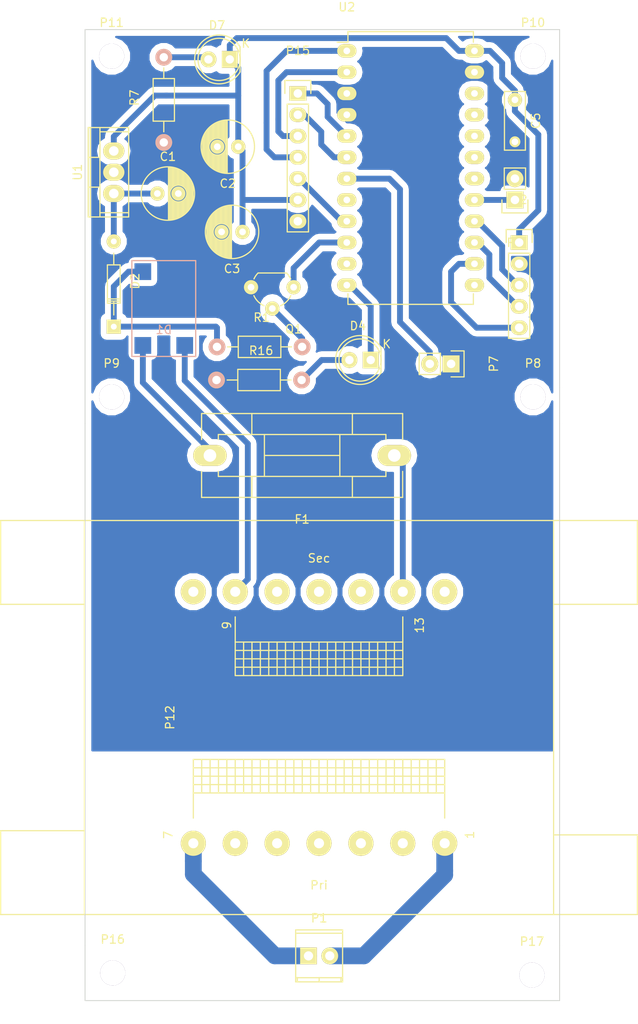
<source format=kicad_pcb>
(kicad_pcb (version 4) (host pcbnew 4.0.2-1.fc23-product)

  (general
    (links 46)
    (no_connects 0)
    (area 37.400819 38.867 113.952701 161.42426)
    (thickness 1.6)
    (drawings 11)
    (tracks 161)
    (zones 0)
    (modules 27)
    (nets 49)
  )

  (page A4)
  (title_block
    (title "reflow control")
    (date 2016-10-01)
    (rev 5)
    (company "hexo, base48")
  )

  (layers
    (0 F.Cu signal)
    (31 B.Cu signal)
    (32 B.Adhes user)
    (33 F.Adhes user)
    (34 B.Paste user)
    (35 F.Paste user)
    (36 B.SilkS user)
    (37 F.SilkS user)
    (38 B.Mask user)
    (39 F.Mask user)
    (40 Dwgs.User user)
    (41 Cmts.User user)
    (42 Eco1.User user)
    (43 Eco2.User user)
    (44 Edge.Cuts user)
    (45 Margin user)
    (46 B.CrtYd user)
    (47 F.CrtYd user)
    (48 B.Fab user)
    (49 F.Fab user)
  )

  (setup
    (last_trace_width 0.7)
    (trace_clearance 0.2)
    (zone_clearance 0.7)
    (zone_45_only no)
    (trace_min 0.2)
    (segment_width 0.2)
    (edge_width 0.1)
    (via_size 0.6)
    (via_drill 0.4)
    (via_min_size 0.4)
    (via_min_drill 0.3)
    (uvia_size 0.3)
    (uvia_drill 0.1)
    (uvias_allowed no)
    (uvia_min_size 0.2)
    (uvia_min_drill 0.1)
    (pcb_text_width 0.3)
    (pcb_text_size 1.5 1.5)
    (mod_edge_width 0.15)
    (mod_text_size 1 1)
    (mod_text_width 0.15)
    (pad_size 1.7 1.7)
    (pad_drill 0.8)
    (pad_to_mask_clearance 0)
    (aux_axis_origin 0 0)
    (visible_elements FFFFFF7F)
    (pcbplotparams
      (layerselection 0x01000_80000000)
      (usegerberextensions false)
      (excludeedgelayer true)
      (linewidth 0.100000)
      (plotframeref false)
      (viasonmask false)
      (mode 1)
      (useauxorigin false)
      (hpglpennumber 1)
      (hpglpenspeed 20)
      (hpglpendiameter 15)
      (hpglpenoverlay 2)
      (psnegative false)
      (psa4output false)
      (plotreference true)
      (plotvalue true)
      (plotinvisibletext false)
      (padsonsilk false)
      (subtractmaskfromsilk false)
      (outputformat 1)
      (mirror false)
      (drillshape 0)
      (scaleselection 1)
      (outputdirectory ""))
  )

  (net 0 "")
  (net 1 GND)
  (net 2 "Net-(C1-Pad1)")
  (net 3 +5V)
  (net 4 "Net-(D1-Pad3)")
  (net 5 "Net-(D7-Pad2)")
  (net 6 "Net-(P2-Pad3)")
  (net 7 "Net-(P2-Pad4)")
  (net 8 "Net-(P2-Pad5)")
  (net 9 "Net-(P4-Pad1)")
  (net 10 "Net-(Q1-Pad2)")
  (net 11 "Net-(Q1-Pad1)")
  (net 12 "Net-(D4-Pad1)")
  (net 13 "Net-(D4-Pad2)")
  (net 14 "Net-(P7-Pad2)")
  (net 15 "Net-(D1-Pad2)")
  (net 16 "Net-(D1-Pad4)")
  (net 17 "Net-(F1-Pad1)")
  (net 18 "Net-(P1-Pad1)")
  (net 19 "Net-(P1-Pad2)")
  (net 20 "Net-(P15-Pad3)")
  (net 21 "Net-(P15-Pad4)")
  (net 22 "Net-(P15-Pad5)")
  (net 23 "Net-(P8-Pad1)")
  (net 24 "Net-(P9-Pad1)")
  (net 25 "Net-(P10-Pad1)")
  (net 26 "Net-(P11-Pad1)")
  (net 27 "Net-(P12-Pad2)")
  (net 28 "Net-(P12-Pad3)")
  (net 29 "Net-(P12-Pad4)")
  (net 30 "Net-(P12-Pad5)")
  (net 31 "Net-(P12-Pad6)")
  (net 32 "Net-(P12-Pad8)")
  (net 33 "Net-(P12-Pad10)")
  (net 34 "Net-(P12-Pad11)")
  (net 35 "Net-(P12-Pad12)")
  (net 36 "Net-(P12-Pad14)")
  (net 37 "Net-(P16-Pad1)")
  (net 38 "Net-(P17-Pad1)")
  (net 39 "Net-(U2-Pad8)")
  (net 40 "Net-(U2-Pad11)")
  (net 41 "Net-(U2-Pad13)")
  (net 42 "Net-(U2-Pad18)")
  (net 43 "Net-(U2-Pad19)")
  (net 44 "Net-(U2-Pad20)")
  (net 45 "Net-(U2-Pad21)")
  (net 46 "Net-(U2-Pad22)")
  (net 47 "Net-(P15-Pad1)")
  (net 48 "Net-(P15-Pad2)")

  (net_class Default "This is the default net class."
    (clearance 0.2)
    (trace_width 0.7)
    (via_dia 0.6)
    (via_drill 0.4)
    (uvia_dia 0.3)
    (uvia_drill 0.1)
    (add_net +5V)
    (add_net GND)
    (add_net "Net-(C1-Pad1)")
    (add_net "Net-(D1-Pad2)")
    (add_net "Net-(D1-Pad3)")
    (add_net "Net-(D1-Pad4)")
    (add_net "Net-(D4-Pad1)")
    (add_net "Net-(D4-Pad2)")
    (add_net "Net-(D7-Pad2)")
    (add_net "Net-(F1-Pad1)")
    (add_net "Net-(P10-Pad1)")
    (add_net "Net-(P11-Pad1)")
    (add_net "Net-(P12-Pad10)")
    (add_net "Net-(P12-Pad11)")
    (add_net "Net-(P12-Pad12)")
    (add_net "Net-(P12-Pad14)")
    (add_net "Net-(P12-Pad2)")
    (add_net "Net-(P12-Pad3)")
    (add_net "Net-(P12-Pad4)")
    (add_net "Net-(P12-Pad5)")
    (add_net "Net-(P12-Pad6)")
    (add_net "Net-(P12-Pad8)")
    (add_net "Net-(P15-Pad1)")
    (add_net "Net-(P15-Pad2)")
    (add_net "Net-(P15-Pad3)")
    (add_net "Net-(P15-Pad4)")
    (add_net "Net-(P15-Pad5)")
    (add_net "Net-(P16-Pad1)")
    (add_net "Net-(P17-Pad1)")
    (add_net "Net-(P2-Pad3)")
    (add_net "Net-(P2-Pad4)")
    (add_net "Net-(P2-Pad5)")
    (add_net "Net-(P4-Pad1)")
    (add_net "Net-(P7-Pad2)")
    (add_net "Net-(P8-Pad1)")
    (add_net "Net-(P9-Pad1)")
    (add_net "Net-(Q1-Pad1)")
    (add_net "Net-(Q1-Pad2)")
    (add_net "Net-(U2-Pad11)")
    (add_net "Net-(U2-Pad13)")
    (add_net "Net-(U2-Pad18)")
    (add_net "Net-(U2-Pad19)")
    (add_net "Net-(U2-Pad20)")
    (add_net "Net-(U2-Pad21)")
    (add_net "Net-(U2-Pad22)")
    (add_net "Net-(U2-Pad8)")
  )

  (net_class power ""
    (clearance 0.2)
    (trace_width 2)
    (via_dia 0.6)
    (via_drill 0.4)
    (uvia_dia 0.3)
    (uvia_drill 0.1)
    (add_net "Net-(P1-Pad1)")
    (add_net "Net-(P1-Pad2)")
  )

  (module Capacitors_ThroughHole:C_Rect_L7_W2.5_P5 (layer F.Cu) (tedit 57F0379F) (tstamp 57EEEE43)
    (at 99.06 51.054 270)
    (descr "Film Capacitor Length 7mm x Width 2.5mm, Pitch 5mm")
    (tags Capacitor)
    (path /57F3BD03)
    (fp_text reference C5 (at 2.5 -2.5 270) (layer F.SilkS)
      (effects (font (size 1 1) (thickness 0.15)))
    )
    (fp_text value 100n (at 2.5 2.5 270) (layer F.Fab)
      (effects (font (size 1 1) (thickness 0.15)))
    )
    (fp_line (start -1.25 -1.5) (end 6.25 -1.5) (layer F.CrtYd) (width 0.05))
    (fp_line (start 6.25 -1.5) (end 6.25 1.5) (layer F.CrtYd) (width 0.05))
    (fp_line (start 6.25 1.5) (end -1.25 1.5) (layer F.CrtYd) (width 0.05))
    (fp_line (start -1.25 1.5) (end -1.25 -1.5) (layer F.CrtYd) (width 0.05))
    (fp_line (start -1 -1.25) (end 6 -1.25) (layer F.SilkS) (width 0.15))
    (fp_line (start 6 -1.25) (end 6 1.25) (layer F.SilkS) (width 0.15))
    (fp_line (start 6 1.25) (end -1 1.25) (layer F.SilkS) (width 0.15))
    (fp_line (start -1 1.25) (end -1 -1.25) (layer F.SilkS) (width 0.15))
    (pad 1 thru_hole circle (at 0 0 270) (size 1.7 1.7) (drill 0.8) (layers *.Cu *.Mask F.SilkS)
      (net 3 +5V))
    (pad 2 thru_hole circle (at 5 0 270) (size 1.3 1.3) (drill 0.8) (layers *.Cu *.Mask F.SilkS)
      (net 1 GND))
  )

  (module Capacitors_ThroughHole:C_Radial_D6.3_L11.2_P2.5 (layer F.Cu) (tedit 57F03786) (tstamp 57EEEE2B)
    (at 56.388 62.23)
    (descr "Radial Electrolytic Capacitor, Diameter 6.3mm x Length 11.2mm, Pitch 2.5mm")
    (tags "Electrolytic Capacitor")
    (path /57F3C6D1)
    (fp_text reference C1 (at 1.25 -4.4) (layer F.SilkS)
      (effects (font (size 1 1) (thickness 0.15)))
    )
    (fp_text value 10u (at 1.25 4.4) (layer F.Fab)
      (effects (font (size 1 1) (thickness 0.15)))
    )
    (fp_line (start 1.325 -3.149) (end 1.325 3.149) (layer F.SilkS) (width 0.15))
    (fp_line (start 1.465 -3.143) (end 1.465 3.143) (layer F.SilkS) (width 0.15))
    (fp_line (start 1.605 -3.13) (end 1.605 -0.446) (layer F.SilkS) (width 0.15))
    (fp_line (start 1.605 0.446) (end 1.605 3.13) (layer F.SilkS) (width 0.15))
    (fp_line (start 1.745 -3.111) (end 1.745 -0.656) (layer F.SilkS) (width 0.15))
    (fp_line (start 1.745 0.656) (end 1.745 3.111) (layer F.SilkS) (width 0.15))
    (fp_line (start 1.885 -3.085) (end 1.885 -0.789) (layer F.SilkS) (width 0.15))
    (fp_line (start 1.885 0.789) (end 1.885 3.085) (layer F.SilkS) (width 0.15))
    (fp_line (start 2.025 -3.053) (end 2.025 -0.88) (layer F.SilkS) (width 0.15))
    (fp_line (start 2.025 0.88) (end 2.025 3.053) (layer F.SilkS) (width 0.15))
    (fp_line (start 2.165 -3.014) (end 2.165 -0.942) (layer F.SilkS) (width 0.15))
    (fp_line (start 2.165 0.942) (end 2.165 3.014) (layer F.SilkS) (width 0.15))
    (fp_line (start 2.305 -2.968) (end 2.305 -0.981) (layer F.SilkS) (width 0.15))
    (fp_line (start 2.305 0.981) (end 2.305 2.968) (layer F.SilkS) (width 0.15))
    (fp_line (start 2.445 -2.915) (end 2.445 -0.998) (layer F.SilkS) (width 0.15))
    (fp_line (start 2.445 0.998) (end 2.445 2.915) (layer F.SilkS) (width 0.15))
    (fp_line (start 2.585 -2.853) (end 2.585 -0.996) (layer F.SilkS) (width 0.15))
    (fp_line (start 2.585 0.996) (end 2.585 2.853) (layer F.SilkS) (width 0.15))
    (fp_line (start 2.725 -2.783) (end 2.725 -0.974) (layer F.SilkS) (width 0.15))
    (fp_line (start 2.725 0.974) (end 2.725 2.783) (layer F.SilkS) (width 0.15))
    (fp_line (start 2.865 -2.704) (end 2.865 -0.931) (layer F.SilkS) (width 0.15))
    (fp_line (start 2.865 0.931) (end 2.865 2.704) (layer F.SilkS) (width 0.15))
    (fp_line (start 3.005 -2.616) (end 3.005 -0.863) (layer F.SilkS) (width 0.15))
    (fp_line (start 3.005 0.863) (end 3.005 2.616) (layer F.SilkS) (width 0.15))
    (fp_line (start 3.145 -2.516) (end 3.145 -0.764) (layer F.SilkS) (width 0.15))
    (fp_line (start 3.145 0.764) (end 3.145 2.516) (layer F.SilkS) (width 0.15))
    (fp_line (start 3.285 -2.404) (end 3.285 -0.619) (layer F.SilkS) (width 0.15))
    (fp_line (start 3.285 0.619) (end 3.285 2.404) (layer F.SilkS) (width 0.15))
    (fp_line (start 3.425 -2.279) (end 3.425 -0.38) (layer F.SilkS) (width 0.15))
    (fp_line (start 3.425 0.38) (end 3.425 2.279) (layer F.SilkS) (width 0.15))
    (fp_line (start 3.565 -2.136) (end 3.565 2.136) (layer F.SilkS) (width 0.15))
    (fp_line (start 3.705 -1.974) (end 3.705 1.974) (layer F.SilkS) (width 0.15))
    (fp_line (start 3.845 -1.786) (end 3.845 1.786) (layer F.SilkS) (width 0.15))
    (fp_line (start 3.985 -1.563) (end 3.985 1.563) (layer F.SilkS) (width 0.15))
    (fp_line (start 4.125 -1.287) (end 4.125 1.287) (layer F.SilkS) (width 0.15))
    (fp_line (start 4.265 -0.912) (end 4.265 0.912) (layer F.SilkS) (width 0.15))
    (fp_circle (center 2.5 0) (end 2.5 -1) (layer F.SilkS) (width 0.15))
    (fp_circle (center 1.25 0) (end 1.25 -3.1875) (layer F.SilkS) (width 0.15))
    (fp_circle (center 1.25 0) (end 1.25 -3.4) (layer F.CrtYd) (width 0.05))
    (pad 2 thru_hole circle (at 2.5 0) (size 1.7 1.7) (drill 0.8) (layers *.Cu *.Mask F.SilkS)
      (net 1 GND))
    (pad 1 thru_hole circle (at 0 0) (size 1.7 1.7) (drill 0.8) (layers *.Cu *.Mask F.SilkS)
      (net 2 "Net-(C1-Pad1)"))
    (model Capacitors_ThroughHole.3dshapes/C_Radial_D6.3_L11.2_P2.5.wrl
      (at (xyz 0 0 0))
      (scale (xyz 1 1 1))
      (rotate (xyz 0 0 0))
    )
  )

  (module Capacitors_ThroughHole:C_Radial_D6.3_L11.2_P2.5 (layer F.Cu) (tedit 57F03770) (tstamp 57EEEE31)
    (at 66.04 56.642 180)
    (descr "Radial Electrolytic Capacitor, Diameter 6.3mm x Length 11.2mm, Pitch 2.5mm")
    (tags "Electrolytic Capacitor")
    (path /57F3C3E4)
    (fp_text reference C2 (at 1.25 -4.4 180) (layer F.SilkS)
      (effects (font (size 1 1) (thickness 0.15)))
    )
    (fp_text value 10u (at 1.25 4.4 180) (layer F.Fab)
      (effects (font (size 1 1) (thickness 0.15)))
    )
    (fp_line (start 1.325 -3.149) (end 1.325 3.149) (layer F.SilkS) (width 0.15))
    (fp_line (start 1.465 -3.143) (end 1.465 3.143) (layer F.SilkS) (width 0.15))
    (fp_line (start 1.605 -3.13) (end 1.605 -0.446) (layer F.SilkS) (width 0.15))
    (fp_line (start 1.605 0.446) (end 1.605 3.13) (layer F.SilkS) (width 0.15))
    (fp_line (start 1.745 -3.111) (end 1.745 -0.656) (layer F.SilkS) (width 0.15))
    (fp_line (start 1.745 0.656) (end 1.745 3.111) (layer F.SilkS) (width 0.15))
    (fp_line (start 1.885 -3.085) (end 1.885 -0.789) (layer F.SilkS) (width 0.15))
    (fp_line (start 1.885 0.789) (end 1.885 3.085) (layer F.SilkS) (width 0.15))
    (fp_line (start 2.025 -3.053) (end 2.025 -0.88) (layer F.SilkS) (width 0.15))
    (fp_line (start 2.025 0.88) (end 2.025 3.053) (layer F.SilkS) (width 0.15))
    (fp_line (start 2.165 -3.014) (end 2.165 -0.942) (layer F.SilkS) (width 0.15))
    (fp_line (start 2.165 0.942) (end 2.165 3.014) (layer F.SilkS) (width 0.15))
    (fp_line (start 2.305 -2.968) (end 2.305 -0.981) (layer F.SilkS) (width 0.15))
    (fp_line (start 2.305 0.981) (end 2.305 2.968) (layer F.SilkS) (width 0.15))
    (fp_line (start 2.445 -2.915) (end 2.445 -0.998) (layer F.SilkS) (width 0.15))
    (fp_line (start 2.445 0.998) (end 2.445 2.915) (layer F.SilkS) (width 0.15))
    (fp_line (start 2.585 -2.853) (end 2.585 -0.996) (layer F.SilkS) (width 0.15))
    (fp_line (start 2.585 0.996) (end 2.585 2.853) (layer F.SilkS) (width 0.15))
    (fp_line (start 2.725 -2.783) (end 2.725 -0.974) (layer F.SilkS) (width 0.15))
    (fp_line (start 2.725 0.974) (end 2.725 2.783) (layer F.SilkS) (width 0.15))
    (fp_line (start 2.865 -2.704) (end 2.865 -0.931) (layer F.SilkS) (width 0.15))
    (fp_line (start 2.865 0.931) (end 2.865 2.704) (layer F.SilkS) (width 0.15))
    (fp_line (start 3.005 -2.616) (end 3.005 -0.863) (layer F.SilkS) (width 0.15))
    (fp_line (start 3.005 0.863) (end 3.005 2.616) (layer F.SilkS) (width 0.15))
    (fp_line (start 3.145 -2.516) (end 3.145 -0.764) (layer F.SilkS) (width 0.15))
    (fp_line (start 3.145 0.764) (end 3.145 2.516) (layer F.SilkS) (width 0.15))
    (fp_line (start 3.285 -2.404) (end 3.285 -0.619) (layer F.SilkS) (width 0.15))
    (fp_line (start 3.285 0.619) (end 3.285 2.404) (layer F.SilkS) (width 0.15))
    (fp_line (start 3.425 -2.279) (end 3.425 -0.38) (layer F.SilkS) (width 0.15))
    (fp_line (start 3.425 0.38) (end 3.425 2.279) (layer F.SilkS) (width 0.15))
    (fp_line (start 3.565 -2.136) (end 3.565 2.136) (layer F.SilkS) (width 0.15))
    (fp_line (start 3.705 -1.974) (end 3.705 1.974) (layer F.SilkS) (width 0.15))
    (fp_line (start 3.845 -1.786) (end 3.845 1.786) (layer F.SilkS) (width 0.15))
    (fp_line (start 3.985 -1.563) (end 3.985 1.563) (layer F.SilkS) (width 0.15))
    (fp_line (start 4.125 -1.287) (end 4.125 1.287) (layer F.SilkS) (width 0.15))
    (fp_line (start 4.265 -0.912) (end 4.265 0.912) (layer F.SilkS) (width 0.15))
    (fp_circle (center 2.5 0) (end 2.5 -1) (layer F.SilkS) (width 0.15))
    (fp_circle (center 1.25 0) (end 1.25 -3.1875) (layer F.SilkS) (width 0.15))
    (fp_circle (center 1.25 0) (end 1.25 -3.4) (layer F.CrtYd) (width 0.05))
    (pad 2 thru_hole circle (at 2.5 0 180) (size 1.7 1.7) (drill 0.8) (layers *.Cu *.Mask F.SilkS)
      (net 1 GND))
    (pad 1 thru_hole circle (at 0 0 180) (size 1.7 1.7) (drill 0.8) (layers *.Cu *.Mask F.SilkS)
      (net 3 +5V))
    (model Capacitors_ThroughHole.3dshapes/C_Radial_D6.3_L11.2_P2.5.wrl
      (at (xyz 0 0 0))
      (scale (xyz 1 1 1))
      (rotate (xyz 0 0 0))
    )
  )

  (module Capacitors_ThroughHole:C_Radial_D6.3_L11.2_P2.5 (layer F.Cu) (tedit 57F0375E) (tstamp 57EEEE37)
    (at 66.548 66.802 180)
    (descr "Radial Electrolytic Capacitor, Diameter 6.3mm x Length 11.2mm, Pitch 2.5mm")
    (tags "Electrolytic Capacitor")
    (path /57F3C4BD)
    (fp_text reference C3 (at 1.25 -4.4 180) (layer F.SilkS)
      (effects (font (size 1 1) (thickness 0.15)))
    )
    (fp_text value 220u (at 1.25 4.4 180) (layer F.Fab)
      (effects (font (size 1 1) (thickness 0.15)))
    )
    (fp_line (start 1.325 -3.149) (end 1.325 3.149) (layer F.SilkS) (width 0.15))
    (fp_line (start 1.465 -3.143) (end 1.465 3.143) (layer F.SilkS) (width 0.15))
    (fp_line (start 1.605 -3.13) (end 1.605 -0.446) (layer F.SilkS) (width 0.15))
    (fp_line (start 1.605 0.446) (end 1.605 3.13) (layer F.SilkS) (width 0.15))
    (fp_line (start 1.745 -3.111) (end 1.745 -0.656) (layer F.SilkS) (width 0.15))
    (fp_line (start 1.745 0.656) (end 1.745 3.111) (layer F.SilkS) (width 0.15))
    (fp_line (start 1.885 -3.085) (end 1.885 -0.789) (layer F.SilkS) (width 0.15))
    (fp_line (start 1.885 0.789) (end 1.885 3.085) (layer F.SilkS) (width 0.15))
    (fp_line (start 2.025 -3.053) (end 2.025 -0.88) (layer F.SilkS) (width 0.15))
    (fp_line (start 2.025 0.88) (end 2.025 3.053) (layer F.SilkS) (width 0.15))
    (fp_line (start 2.165 -3.014) (end 2.165 -0.942) (layer F.SilkS) (width 0.15))
    (fp_line (start 2.165 0.942) (end 2.165 3.014) (layer F.SilkS) (width 0.15))
    (fp_line (start 2.305 -2.968) (end 2.305 -0.981) (layer F.SilkS) (width 0.15))
    (fp_line (start 2.305 0.981) (end 2.305 2.968) (layer F.SilkS) (width 0.15))
    (fp_line (start 2.445 -2.915) (end 2.445 -0.998) (layer F.SilkS) (width 0.15))
    (fp_line (start 2.445 0.998) (end 2.445 2.915) (layer F.SilkS) (width 0.15))
    (fp_line (start 2.585 -2.853) (end 2.585 -0.996) (layer F.SilkS) (width 0.15))
    (fp_line (start 2.585 0.996) (end 2.585 2.853) (layer F.SilkS) (width 0.15))
    (fp_line (start 2.725 -2.783) (end 2.725 -0.974) (layer F.SilkS) (width 0.15))
    (fp_line (start 2.725 0.974) (end 2.725 2.783) (layer F.SilkS) (width 0.15))
    (fp_line (start 2.865 -2.704) (end 2.865 -0.931) (layer F.SilkS) (width 0.15))
    (fp_line (start 2.865 0.931) (end 2.865 2.704) (layer F.SilkS) (width 0.15))
    (fp_line (start 3.005 -2.616) (end 3.005 -0.863) (layer F.SilkS) (width 0.15))
    (fp_line (start 3.005 0.863) (end 3.005 2.616) (layer F.SilkS) (width 0.15))
    (fp_line (start 3.145 -2.516) (end 3.145 -0.764) (layer F.SilkS) (width 0.15))
    (fp_line (start 3.145 0.764) (end 3.145 2.516) (layer F.SilkS) (width 0.15))
    (fp_line (start 3.285 -2.404) (end 3.285 -0.619) (layer F.SilkS) (width 0.15))
    (fp_line (start 3.285 0.619) (end 3.285 2.404) (layer F.SilkS) (width 0.15))
    (fp_line (start 3.425 -2.279) (end 3.425 -0.38) (layer F.SilkS) (width 0.15))
    (fp_line (start 3.425 0.38) (end 3.425 2.279) (layer F.SilkS) (width 0.15))
    (fp_line (start 3.565 -2.136) (end 3.565 2.136) (layer F.SilkS) (width 0.15))
    (fp_line (start 3.705 -1.974) (end 3.705 1.974) (layer F.SilkS) (width 0.15))
    (fp_line (start 3.845 -1.786) (end 3.845 1.786) (layer F.SilkS) (width 0.15))
    (fp_line (start 3.985 -1.563) (end 3.985 1.563) (layer F.SilkS) (width 0.15))
    (fp_line (start 4.125 -1.287) (end 4.125 1.287) (layer F.SilkS) (width 0.15))
    (fp_line (start 4.265 -0.912) (end 4.265 0.912) (layer F.SilkS) (width 0.15))
    (fp_circle (center 2.5 0) (end 2.5 -1) (layer F.SilkS) (width 0.15))
    (fp_circle (center 1.25 0) (end 1.25 -3.1875) (layer F.SilkS) (width 0.15))
    (fp_circle (center 1.25 0) (end 1.25 -3.4) (layer F.CrtYd) (width 0.05))
    (pad 2 thru_hole circle (at 2.5 0 180) (size 1.7 1.7) (drill 0.8) (layers *.Cu *.Mask F.SilkS)
      (net 1 GND))
    (pad 1 thru_hole circle (at 0 0 180) (size 1.7 1.7) (drill 0.8) (layers *.Cu *.Mask F.SilkS)
      (net 3 +5V))
    (model Capacitors_ThroughHole.3dshapes/C_Radial_D6.3_L11.2_P2.5.wrl
      (at (xyz 0 0 0))
      (scale (xyz 1 1 1))
      (rotate (xyz 0 0 0))
    )
  )

  (module Diodes_ThroughHole:Diode_DO-35_SOD27_Horizontal_RM10 (layer F.Cu) (tedit 552FFC30) (tstamp 57EEEE49)
    (at 51.18354 78.10552 90)
    (descr "Diode, DO-35,  SOD27, Horizontal, RM 10mm")
    (tags "Diode, DO-35, SOD27, Horizontal, RM 10mm, 1N4148,")
    (path /539AD7AE)
    (fp_text reference D2 (at 5.43052 2.53746 90) (layer F.SilkS)
      (effects (font (size 1 1) (thickness 0.15)))
    )
    (fp_text value 1n4001 (at 4.41452 -3.55854 90) (layer F.Fab)
      (effects (font (size 1 1) (thickness 0.15)))
    )
    (fp_line (start 7.36652 -0.00254) (end 8.76352 -0.00254) (layer F.SilkS) (width 0.15))
    (fp_line (start 2.92152 -0.00254) (end 1.39752 -0.00254) (layer F.SilkS) (width 0.15))
    (fp_line (start 3.30252 -0.76454) (end 3.30252 0.75946) (layer F.SilkS) (width 0.15))
    (fp_line (start 3.04852 -0.76454) (end 3.04852 0.75946) (layer F.SilkS) (width 0.15))
    (fp_line (start 2.79452 -0.00254) (end 2.79452 0.75946) (layer F.SilkS) (width 0.15))
    (fp_line (start 2.79452 0.75946) (end 7.36652 0.75946) (layer F.SilkS) (width 0.15))
    (fp_line (start 7.36652 0.75946) (end 7.36652 -0.76454) (layer F.SilkS) (width 0.15))
    (fp_line (start 7.36652 -0.76454) (end 2.79452 -0.76454) (layer F.SilkS) (width 0.15))
    (fp_line (start 2.79452 -0.76454) (end 2.79452 -0.00254) (layer F.SilkS) (width 0.15))
    (pad 2 thru_hole circle (at 10.16052 -0.00254 270) (size 1.69926 1.69926) (drill 0.70104) (layers *.Cu *.Mask F.SilkS)
      (net 2 "Net-(C1-Pad1)"))
    (pad 1 thru_hole rect (at 0.00052 -0.00254 270) (size 1.69926 1.69926) (drill 0.70104) (layers *.Cu *.Mask F.SilkS)
      (net 4 "Net-(D1-Pad3)"))
    (model Diodes_ThroughHole.3dshapes/Diode_DO-35_SOD27_Horizontal_RM10.wrl
      (at (xyz 0.2 0 0))
      (scale (xyz 0.4 0.4 0.4))
      (rotate (xyz 0 0 180))
    )
  )

  (module LEDs:LED-5MM (layer F.Cu) (tedit 5570F7EA) (tstamp 57EEEE55)
    (at 65.024 46.228 180)
    (descr "LED 5mm round vertical")
    (tags "LED 5mm round vertical")
    (path /539AD874)
    (fp_text reference D7 (at 1.524 4.064 180) (layer F.SilkS)
      (effects (font (size 1 1) (thickness 0.15)))
    )
    (fp_text value LED (at 1.524 -3.937 180) (layer F.Fab)
      (effects (font (size 1 1) (thickness 0.15)))
    )
    (fp_line (start -1.5 -1.55) (end -1.5 1.55) (layer F.CrtYd) (width 0.05))
    (fp_arc (start 1.3 0) (end -1.5 1.55) (angle -302) (layer F.CrtYd) (width 0.05))
    (fp_arc (start 1.27 0) (end -1.23 -1.5) (angle 297.5) (layer F.SilkS) (width 0.15))
    (fp_line (start -1.23 1.5) (end -1.23 -1.5) (layer F.SilkS) (width 0.15))
    (fp_circle (center 1.27 0) (end 0.97 -2.5) (layer F.SilkS) (width 0.15))
    (fp_text user K (at -1.905 1.905 180) (layer F.SilkS)
      (effects (font (size 1 1) (thickness 0.15)))
    )
    (pad 1 thru_hole rect (at 0 0 270) (size 2 1.9) (drill 1.00076) (layers *.Cu *.Mask F.SilkS)
      (net 3 +5V))
    (pad 2 thru_hole circle (at 2.54 0 180) (size 1.9 1.9) (drill 1.00076) (layers *.Cu *.Mask F.SilkS)
      (net 5 "Net-(D7-Pad2)"))
    (model LEDs.3dshapes/LED-5MM.wrl
      (at (xyz 0.05 0 0))
      (scale (xyz 1 1 1))
      (rotate (xyz 0 0 90))
    )
  )

  (module Pin_Headers:Pin_Header_Straight_1x05 (layer F.Cu) (tedit 54EA0684) (tstamp 57EEEE64)
    (at 99.568 68.072)
    (descr "Through hole pin header")
    (tags "pin header")
    (path /539AEBAE)
    (fp_text reference P2 (at 0 -5.1) (layer F.SilkS)
      (effects (font (size 1 1) (thickness 0.15)))
    )
    (fp_text value SPI_ADC (at 0 -3.1) (layer F.Fab)
      (effects (font (size 1 1) (thickness 0.15)))
    )
    (fp_line (start -1.55 0) (end -1.55 -1.55) (layer F.SilkS) (width 0.15))
    (fp_line (start -1.55 -1.55) (end 1.55 -1.55) (layer F.SilkS) (width 0.15))
    (fp_line (start 1.55 -1.55) (end 1.55 0) (layer F.SilkS) (width 0.15))
    (fp_line (start -1.75 -1.75) (end -1.75 11.95) (layer F.CrtYd) (width 0.05))
    (fp_line (start 1.75 -1.75) (end 1.75 11.95) (layer F.CrtYd) (width 0.05))
    (fp_line (start -1.75 -1.75) (end 1.75 -1.75) (layer F.CrtYd) (width 0.05))
    (fp_line (start -1.75 11.95) (end 1.75 11.95) (layer F.CrtYd) (width 0.05))
    (fp_line (start 1.27 1.27) (end 1.27 11.43) (layer F.SilkS) (width 0.15))
    (fp_line (start 1.27 11.43) (end -1.27 11.43) (layer F.SilkS) (width 0.15))
    (fp_line (start -1.27 11.43) (end -1.27 1.27) (layer F.SilkS) (width 0.15))
    (fp_line (start 1.27 1.27) (end -1.27 1.27) (layer F.SilkS) (width 0.15))
    (pad 1 thru_hole rect (at 0 0) (size 2.032 1.7272) (drill 1.016) (layers *.Cu *.Mask F.SilkS)
      (net 3 +5V))
    (pad 2 thru_hole oval (at 0 2.54) (size 2.032 1.7272) (drill 1.016) (layers *.Cu *.Mask F.SilkS)
      (net 1 GND))
    (pad 3 thru_hole oval (at 0 5.08) (size 2.032 1.7272) (drill 1.016) (layers *.Cu *.Mask F.SilkS)
      (net 6 "Net-(P2-Pad3)"))
    (pad 4 thru_hole oval (at 0 7.62) (size 2.032 1.7272) (drill 1.016) (layers *.Cu *.Mask F.SilkS)
      (net 7 "Net-(P2-Pad4)"))
    (pad 5 thru_hole oval (at 0 10.16) (size 2.032 1.7272) (drill 1.016) (layers *.Cu *.Mask F.SilkS)
      (net 8 "Net-(P2-Pad5)"))
    (model Pin_Headers.3dshapes/Pin_Header_Straight_1x05.wrl
      (at (xyz 0 -0.2 0))
      (scale (xyz 1 1 1))
      (rotate (xyz 0 0 90))
    )
  )

  (module Pin_Headers:Pin_Header_Straight_1x02 (layer F.Cu) (tedit 54EA090C) (tstamp 57EEEE72)
    (at 99.06 62.992 180)
    (descr "Through hole pin header")
    (tags "pin header")
    (path /57F187AA)
    (fp_text reference P4 (at 0 -5.1 180) (layer F.SilkS)
      (effects (font (size 1 1) (thickness 0.15)))
    )
    (fp_text value ANALOG_IN (at 0 -3.1 180) (layer F.Fab)
      (effects (font (size 1 1) (thickness 0.15)))
    )
    (fp_line (start 1.27 1.27) (end 1.27 3.81) (layer F.SilkS) (width 0.15))
    (fp_line (start 1.55 -1.55) (end 1.55 0) (layer F.SilkS) (width 0.15))
    (fp_line (start -1.75 -1.75) (end -1.75 4.3) (layer F.CrtYd) (width 0.05))
    (fp_line (start 1.75 -1.75) (end 1.75 4.3) (layer F.CrtYd) (width 0.05))
    (fp_line (start -1.75 -1.75) (end 1.75 -1.75) (layer F.CrtYd) (width 0.05))
    (fp_line (start -1.75 4.3) (end 1.75 4.3) (layer F.CrtYd) (width 0.05))
    (fp_line (start 1.27 1.27) (end -1.27 1.27) (layer F.SilkS) (width 0.15))
    (fp_line (start -1.55 0) (end -1.55 -1.55) (layer F.SilkS) (width 0.15))
    (fp_line (start -1.55 -1.55) (end 1.55 -1.55) (layer F.SilkS) (width 0.15))
    (fp_line (start -1.27 1.27) (end -1.27 3.81) (layer F.SilkS) (width 0.15))
    (fp_line (start -1.27 3.81) (end 1.27 3.81) (layer F.SilkS) (width 0.15))
    (pad 1 thru_hole rect (at 0 0 180) (size 2.032 2.032) (drill 1.016) (layers *.Cu *.Mask F.SilkS)
      (net 9 "Net-(P4-Pad1)"))
    (pad 2 thru_hole oval (at 0 2.54 180) (size 2.032 2.032) (drill 1.016) (layers *.Cu *.Mask F.SilkS)
      (net 1 GND))
    (model Pin_Headers.3dshapes/Pin_Header_Straight_1x02.wrl
      (at (xyz 0 -0.05 0))
      (scale (xyz 1 1 1))
      (rotate (xyz 0 0 90))
    )
  )

  (module TO_SOT_Packages_THT:TO-92_Molded_Wide_Oval (layer F.Cu) (tedit 57F037DA) (tstamp 57EEEE8C)
    (at 72.644 73.406 180)
    (descr "TO-92 leads molded, wide, oval pads, drill 0.8mm (see NXP sot054_po.pdf)")
    (tags "to-92 sc-43 sc-43a sot54 PA33 transistor")
    (path /539AD7C1)
    (fp_text reference Q1 (at 0 -5 180) (layer F.SilkS)
      (effects (font (size 1 1) (thickness 0.15)))
    )
    (fp_text value BC547 (at 0 3 180) (layer F.Fab)
      (effects (font (size 1 1) (thickness 0.15)))
    )
    (fp_arc (start 2.54 0) (end 0.34 -1) (angle 41.11209044) (layer F.SilkS) (width 0.15))
    (fp_arc (start 2.54 0) (end 4.74 -1) (angle -41.11210221) (layer F.SilkS) (width 0.15))
    (fp_arc (start 2.54 0) (end 0.84 1.7) (angle 20.5) (layer F.SilkS) (width 0.15))
    (fp_arc (start 2.54 0) (end 4.24 1.7) (angle -20.5) (layer F.SilkS) (width 0.15))
    (fp_line (start -1.25 1.95) (end -1.25 -3.8) (layer F.CrtYd) (width 0.05))
    (fp_line (start -1.25 1.95) (end 6.35 1.95) (layer F.CrtYd) (width 0.05))
    (fp_line (start 0.84 1.7) (end 4.24 1.7) (layer F.SilkS) (width 0.15))
    (fp_line (start -1.25 -3.8) (end 6.35 -3.8) (layer F.CrtYd) (width 0.05))
    (fp_line (start 6.35 1.95) (end 6.35 -3.8) (layer F.CrtYd) (width 0.05))
    (pad 2 thru_hole circle (at 2.54 -2.54 180) (size 1.7 1.7) (drill 0.8) (layers *.Cu *.Mask F.SilkS)
      (net 10 "Net-(Q1-Pad2)"))
    (pad 1 thru_hole circle (at 0 0 180) (size 1.7 1.7) (drill 0.8) (layers *.Cu *.Mask F.SilkS)
      (net 11 "Net-(Q1-Pad1)"))
    (pad 3 thru_hole circle (at 5.08 0 180) (size 1.7 1.7) (drill 0.8) (layers *.Cu *.Mask F.SilkS)
      (net 1 GND))
    (model TO_SOT_Packages_THT.3dshapes/TO-92_Molded_Wide_Oval.wrl
      (at (xyz 0.1 0 0))
      (scale (xyz 1 1 1))
      (rotate (xyz 0 0 -90))
    )
  )

  (module Resistors_ThroughHole:Resistor_Horizontal_RM10mm (layer F.Cu) (tedit 53F56209) (tstamp 57EEEEAE)
    (at 68.58 80.518)
    (descr "Resistor, Axial,  RM 10mm, 1/3W,")
    (tags "Resistor, Axial, RM 10mm, 1/3W,")
    (path /539AD7D0)
    (fp_text reference R1 (at 0.24892 -3.50012) (layer F.SilkS)
      (effects (font (size 1 1) (thickness 0.15)))
    )
    (fp_text value 8k2 (at 3.81 3.81) (layer F.Fab)
      (effects (font (size 1 1) (thickness 0.15)))
    )
    (fp_line (start -2.54 -1.27) (end 2.54 -1.27) (layer F.SilkS) (width 0.15))
    (fp_line (start 2.54 -1.27) (end 2.54 1.27) (layer F.SilkS) (width 0.15))
    (fp_line (start 2.54 1.27) (end -2.54 1.27) (layer F.SilkS) (width 0.15))
    (fp_line (start -2.54 1.27) (end -2.54 -1.27) (layer F.SilkS) (width 0.15))
    (fp_line (start -2.54 0) (end -3.81 0) (layer F.SilkS) (width 0.15))
    (fp_line (start 2.54 0) (end 3.81 0) (layer F.SilkS) (width 0.15))
    (pad 1 thru_hole circle (at -5.08 0) (size 1.99898 1.99898) (drill 1.00076) (layers *.Cu *.SilkS *.Mask)
      (net 4 "Net-(D1-Pad3)"))
    (pad 2 thru_hole circle (at 5.08 0) (size 1.99898 1.99898) (drill 1.00076) (layers *.Cu *.SilkS *.Mask)
      (net 10 "Net-(Q1-Pad2)"))
    (model Resistors_ThroughHole.3dshapes/Resistor_Horizontal_RM10mm.wrl
      (at (xyz 0 0 0))
      (scale (xyz 0.4 0.4 0.4))
      (rotate (xyz 0 0 0))
    )
  )

  (module Resistors_ThroughHole:Resistor_Horizontal_RM10mm (layer F.Cu) (tedit 53F56209) (tstamp 57EEEED2)
    (at 57.15 51.054 90)
    (descr "Resistor, Axial,  RM 10mm, 1/3W,")
    (tags "Resistor, Axial, RM 10mm, 1/3W,")
    (path /539AD881)
    (fp_text reference R7 (at 0.24892 -3.50012 90) (layer F.SilkS)
      (effects (font (size 1 1) (thickness 0.15)))
    )
    (fp_text value 220 (at 3.81 3.81 90) (layer F.Fab)
      (effects (font (size 1 1) (thickness 0.15)))
    )
    (fp_line (start -2.54 -1.27) (end 2.54 -1.27) (layer F.SilkS) (width 0.15))
    (fp_line (start 2.54 -1.27) (end 2.54 1.27) (layer F.SilkS) (width 0.15))
    (fp_line (start 2.54 1.27) (end -2.54 1.27) (layer F.SilkS) (width 0.15))
    (fp_line (start -2.54 1.27) (end -2.54 -1.27) (layer F.SilkS) (width 0.15))
    (fp_line (start -2.54 0) (end -3.81 0) (layer F.SilkS) (width 0.15))
    (fp_line (start 2.54 0) (end 3.81 0) (layer F.SilkS) (width 0.15))
    (pad 1 thru_hole circle (at -5.08 0 90) (size 1.99898 1.99898) (drill 1.00076) (layers *.Cu *.SilkS *.Mask)
      (net 1 GND))
    (pad 2 thru_hole circle (at 5.08 0 90) (size 1.99898 1.99898) (drill 1.00076) (layers *.Cu *.SilkS *.Mask)
      (net 5 "Net-(D7-Pad2)"))
    (model Resistors_ThroughHole.3dshapes/Resistor_Horizontal_RM10mm.wrl
      (at (xyz 0 0 0))
      (scale (xyz 0.4 0.4 0.4))
      (rotate (xyz 0 0 0))
    )
  )

  (module Housings_DIP:DIP-24_W15.24mm_LongPads (layer F.Cu) (tedit 54130A77) (tstamp 57EEEF25)
    (at 78.994 45.212)
    (descr "24-lead dip package, row spacing 15.24 mm (600 mils), longer pads")
    (tags "dil dip 2.54 600")
    (path /57EEC444)
    (fp_text reference U2 (at 0 -5.22) (layer F.SilkS)
      (effects (font (size 1 1) (thickness 0.15)))
    )
    (fp_text value Arduino_Pro_Micro (at 0 -3.72) (layer F.Fab)
      (effects (font (size 1 1) (thickness 0.15)))
    )
    (fp_line (start -1.4 -2.45) (end -1.4 30.4) (layer F.CrtYd) (width 0.05))
    (fp_line (start 16.65 -2.45) (end 16.65 30.4) (layer F.CrtYd) (width 0.05))
    (fp_line (start -1.4 -2.45) (end 16.65 -2.45) (layer F.CrtYd) (width 0.05))
    (fp_line (start -1.4 30.4) (end 16.65 30.4) (layer F.CrtYd) (width 0.05))
    (fp_line (start 0.135 -2.295) (end 0.135 -1.025) (layer F.SilkS) (width 0.15))
    (fp_line (start 15.105 -2.295) (end 15.105 -1.025) (layer F.SilkS) (width 0.15))
    (fp_line (start 15.105 30.235) (end 15.105 28.965) (layer F.SilkS) (width 0.15))
    (fp_line (start 0.135 30.235) (end 0.135 28.965) (layer F.SilkS) (width 0.15))
    (fp_line (start 0.135 -2.295) (end 15.105 -2.295) (layer F.SilkS) (width 0.15))
    (fp_line (start 0.135 30.235) (end 15.105 30.235) (layer F.SilkS) (width 0.15))
    (fp_line (start 0.135 -1.025) (end -1.15 -1.025) (layer F.SilkS) (width 0.15))
    (pad 1 thru_hole oval (at 0 0) (size 2.3 1.6) (drill 0.8) (layers *.Cu *.Mask F.SilkS)
      (net 21 "Net-(P15-Pad4)"))
    (pad 2 thru_hole oval (at 0 2.54) (size 2.3 1.6) (drill 0.8) (layers *.Cu *.Mask F.SilkS)
      (net 20 "Net-(P15-Pad3)"))
    (pad 3 thru_hole oval (at 0 5.08) (size 2.3 1.6) (drill 0.8) (layers *.Cu *.Mask F.SilkS)
      (net 1 GND))
    (pad 4 thru_hole oval (at 0 7.62) (size 2.3 1.6) (drill 0.8) (layers *.Cu *.Mask F.SilkS)
      (net 1 GND))
    (pad 5 thru_hole oval (at 0 10.16) (size 2.3 1.6) (drill 0.8) (layers *.Cu *.Mask F.SilkS)
      (net 47 "Net-(P15-Pad1)"))
    (pad 6 thru_hole oval (at 0 12.7) (size 2.3 1.6) (drill 0.8) (layers *.Cu *.Mask F.SilkS)
      (net 48 "Net-(P15-Pad2)"))
    (pad 7 thru_hole oval (at 0 15.24) (size 2.3 1.6) (drill 0.8) (layers *.Cu *.Mask F.SilkS)
      (net 14 "Net-(P7-Pad2)"))
    (pad 8 thru_hole oval (at 0 17.78) (size 2.3 1.6) (drill 0.8) (layers *.Cu *.Mask F.SilkS)
      (net 39 "Net-(U2-Pad8)"))
    (pad 9 thru_hole oval (at 0 20.32) (size 2.3 1.6) (drill 0.8) (layers *.Cu *.Mask F.SilkS)
      (net 22 "Net-(P15-Pad5)"))
    (pad 10 thru_hole oval (at 0 22.86) (size 2.3 1.6) (drill 0.8) (layers *.Cu *.Mask F.SilkS)
      (net 11 "Net-(Q1-Pad1)"))
    (pad 11 thru_hole oval (at 0 25.4) (size 2.3 1.6) (drill 0.8) (layers *.Cu *.Mask F.SilkS)
      (net 40 "Net-(U2-Pad11)"))
    (pad 12 thru_hole oval (at 0 27.94) (size 2.3 1.6) (drill 0.8) (layers *.Cu *.Mask F.SilkS)
      (net 12 "Net-(D4-Pad1)"))
    (pad 13 thru_hole oval (at 15.24 27.94) (size 2.3 1.6) (drill 0.8) (layers *.Cu *.Mask F.SilkS)
      (net 41 "Net-(U2-Pad13)"))
    (pad 14 thru_hole oval (at 15.24 25.4) (size 2.3 1.6) (drill 0.8) (layers *.Cu *.Mask F.SilkS)
      (net 8 "Net-(P2-Pad5)"))
    (pad 15 thru_hole oval (at 15.24 22.86) (size 2.3 1.6) (drill 0.8) (layers *.Cu *.Mask F.SilkS)
      (net 7 "Net-(P2-Pad4)"))
    (pad 16 thru_hole oval (at 15.24 20.32) (size 2.3 1.6) (drill 0.8) (layers *.Cu *.Mask F.SilkS)
      (net 6 "Net-(P2-Pad3)"))
    (pad 17 thru_hole oval (at 15.24 17.78) (size 2.3 1.6) (drill 0.8) (layers *.Cu *.Mask F.SilkS)
      (net 9 "Net-(P4-Pad1)"))
    (pad 18 thru_hole oval (at 15.24 15.24) (size 2.3 1.6) (drill 0.8) (layers *.Cu *.Mask F.SilkS)
      (net 42 "Net-(U2-Pad18)"))
    (pad 19 thru_hole oval (at 15.24 12.7) (size 2.3 1.6) (drill 0.8) (layers *.Cu *.Mask F.SilkS)
      (net 43 "Net-(U2-Pad19)"))
    (pad 20 thru_hole oval (at 15.24 10.16) (size 2.3 1.6) (drill 0.8) (layers *.Cu *.Mask F.SilkS)
      (net 44 "Net-(U2-Pad20)"))
    (pad 21 thru_hole oval (at 15.24 7.62) (size 2.3 1.6) (drill 0.8) (layers *.Cu *.Mask F.SilkS)
      (net 45 "Net-(U2-Pad21)"))
    (pad 22 thru_hole oval (at 15.24 5.08) (size 2.3 1.6) (drill 0.8) (layers *.Cu *.Mask F.SilkS)
      (net 46 "Net-(U2-Pad22)"))
    (pad 23 thru_hole oval (at 15.24 2.54) (size 2.3 1.6) (drill 0.8) (layers *.Cu *.Mask F.SilkS)
      (net 1 GND))
    (pad 24 thru_hole oval (at 15.24 0) (size 2.3 1.6) (drill 0.8) (layers *.Cu *.Mask F.SilkS)
      (net 3 +5V))
    (model Housings_DIP.3dshapes/DIP-24_W15.24mm_LongPads.wrl
      (at (xyz 0 0 0))
      (scale (xyz 1 1 1))
      (rotate (xyz 0 0 0))
    )
  )

  (module LEDs:LED-5MM (layer F.Cu) (tedit 5570F7EA) (tstamp 57EEF1A2)
    (at 81.846 82.086 180)
    (descr "LED 5mm round vertical")
    (tags "LED 5mm round vertical")
    (path /57EF3814)
    (fp_text reference D4 (at 1.524 4.064 180) (layer F.SilkS)
      (effects (font (size 1 1) (thickness 0.15)))
    )
    (fp_text value LED (at 1.524 -3.937 180) (layer F.Fab)
      (effects (font (size 1 1) (thickness 0.15)))
    )
    (fp_line (start -1.5 -1.55) (end -1.5 1.55) (layer F.CrtYd) (width 0.05))
    (fp_arc (start 1.3 0) (end -1.5 1.55) (angle -302) (layer F.CrtYd) (width 0.05))
    (fp_arc (start 1.27 0) (end -1.23 -1.5) (angle 297.5) (layer F.SilkS) (width 0.15))
    (fp_line (start -1.23 1.5) (end -1.23 -1.5) (layer F.SilkS) (width 0.15))
    (fp_circle (center 1.27 0) (end 0.97 -2.5) (layer F.SilkS) (width 0.15))
    (fp_text user K (at -1.905 1.905 180) (layer F.SilkS)
      (effects (font (size 1 1) (thickness 0.15)))
    )
    (pad 1 thru_hole rect (at 0 0 270) (size 2 1.9) (drill 1.00076) (layers *.Cu *.Mask F.SilkS)
      (net 12 "Net-(D4-Pad1)"))
    (pad 2 thru_hole circle (at 2.54 0 180) (size 1.9 1.9) (drill 1.00076) (layers *.Cu *.Mask F.SilkS)
      (net 13 "Net-(D4-Pad2)"))
    (model LEDs.3dshapes/LED-5MM.wrl
      (at (xyz 0.05 0 0))
      (scale (xyz 1 1 1))
      (rotate (xyz 0 0 90))
    )
  )

  (module Resistors_ThroughHole:Resistor_Horizontal_RM10mm (layer F.Cu) (tedit 53F56209) (tstamp 57EEF1A8)
    (at 68.522 84.472)
    (descr "Resistor, Axial,  RM 10mm, 1/3W,")
    (tags "Resistor, Axial, RM 10mm, 1/3W,")
    (path /57EF3918)
    (fp_text reference R16 (at 0.24892 -3.50012) (layer F.SilkS)
      (effects (font (size 1 1) (thickness 0.15)))
    )
    (fp_text value 220 (at 3.81 3.81) (layer F.Fab)
      (effects (font (size 1 1) (thickness 0.15)))
    )
    (fp_line (start -2.54 -1.27) (end 2.54 -1.27) (layer F.SilkS) (width 0.15))
    (fp_line (start 2.54 -1.27) (end 2.54 1.27) (layer F.SilkS) (width 0.15))
    (fp_line (start 2.54 1.27) (end -2.54 1.27) (layer F.SilkS) (width 0.15))
    (fp_line (start -2.54 1.27) (end -2.54 -1.27) (layer F.SilkS) (width 0.15))
    (fp_line (start -2.54 0) (end -3.81 0) (layer F.SilkS) (width 0.15))
    (fp_line (start 2.54 0) (end 3.81 0) (layer F.SilkS) (width 0.15))
    (pad 1 thru_hole circle (at -5.08 0) (size 1.99898 1.99898) (drill 1.00076) (layers *.Cu *.SilkS *.Mask)
      (net 1 GND))
    (pad 2 thru_hole circle (at 5.08 0) (size 1.99898 1.99898) (drill 1.00076) (layers *.Cu *.SilkS *.Mask)
      (net 13 "Net-(D4-Pad2)"))
    (model Resistors_ThroughHole.3dshapes/Resistor_Horizontal_RM10mm.wrl
      (at (xyz 0 0 0))
      (scale (xyz 0.4 0.4 0.4))
      (rotate (xyz 0 0 0))
    )
  )

  (module Pin_Headers:Pin_Header_Straight_1x02 (layer F.Cu) (tedit 54EA090C) (tstamp 57EEF3A3)
    (at 91.44 82.55 270)
    (descr "Through hole pin header")
    (tags "pin header")
    (path /57EF4A40)
    (fp_text reference P7 (at 0 -5.1 270) (layer F.SilkS)
      (effects (font (size 1 1) (thickness 0.15)))
    )
    (fp_text value TRIAC (at 0 -3.1 270) (layer F.Fab)
      (effects (font (size 1 1) (thickness 0.15)))
    )
    (fp_line (start 1.27 1.27) (end 1.27 3.81) (layer F.SilkS) (width 0.15))
    (fp_line (start 1.55 -1.55) (end 1.55 0) (layer F.SilkS) (width 0.15))
    (fp_line (start -1.75 -1.75) (end -1.75 4.3) (layer F.CrtYd) (width 0.05))
    (fp_line (start 1.75 -1.75) (end 1.75 4.3) (layer F.CrtYd) (width 0.05))
    (fp_line (start -1.75 -1.75) (end 1.75 -1.75) (layer F.CrtYd) (width 0.05))
    (fp_line (start -1.75 4.3) (end 1.75 4.3) (layer F.CrtYd) (width 0.05))
    (fp_line (start 1.27 1.27) (end -1.27 1.27) (layer F.SilkS) (width 0.15))
    (fp_line (start -1.55 0) (end -1.55 -1.55) (layer F.SilkS) (width 0.15))
    (fp_line (start -1.55 -1.55) (end 1.55 -1.55) (layer F.SilkS) (width 0.15))
    (fp_line (start -1.27 1.27) (end -1.27 3.81) (layer F.SilkS) (width 0.15))
    (fp_line (start -1.27 3.81) (end 1.27 3.81) (layer F.SilkS) (width 0.15))
    (pad 1 thru_hole rect (at 0 0 270) (size 2.032 2.032) (drill 1.016) (layers *.Cu *.Mask F.SilkS)
      (net 1 GND))
    (pad 2 thru_hole oval (at 0 2.54 270) (size 2.032 2.032) (drill 1.016) (layers *.Cu *.Mask F.SilkS)
      (net 14 "Net-(P7-Pad2)"))
    (model Pin_Headers.3dshapes/Pin_Header_Straight_1x02.wrl
      (at (xyz 0 -0.05 0))
      (scale (xyz 1 1 1))
      (rotate (xyz 0 0 90))
    )
  )

  (module libs:SDB107 (layer B.Cu) (tedit 57EEFE99) (tstamp 57EF00A6)
    (at 57.15 75.946 180)
    (path /539AD79E)
    (fp_text reference D1 (at 0 -2.54 180) (layer B.SilkS)
      (effects (font (size 1 1) (thickness 0.15)) (justify mirror))
    )
    (fp_text value BRIDGE (at 0 2.54 180) (layer B.Fab)
      (effects (font (size 1 1) (thickness 0.15)) (justify mirror))
    )
    (fp_line (start -3.81 5.715) (end 3.81 5.715) (layer B.SilkS) (width 0.15))
    (fp_line (start 3.81 5.715) (end 3.81 -5.715) (layer B.SilkS) (width 0.15))
    (fp_line (start 3.81 -5.715) (end -3.81 -5.715) (layer B.SilkS) (width 0.15))
    (fp_line (start -3.81 -5.715) (end -3.81 5.715) (layer B.SilkS) (width 0.15))
    (pad 1 smd rect (at -2.5 4.4 180) (size 2 2) (layers B.Cu B.Paste B.Mask)
      (net 1 GND))
    (pad 3 smd rect (at 2.5 4.4 180) (size 2 2) (layers B.Cu B.Paste B.Mask)
      (net 4 "Net-(D1-Pad3)"))
    (pad 4 smd rect (at 2.5 -4.4 180) (size 2 2) (layers B.Cu B.Paste B.Mask)
      (net 16 "Net-(D1-Pad4)"))
    (pad 2 smd rect (at -2.5 -4.4 180) (size 2 2) (layers B.Cu B.Paste B.Mask)
      (net 15 "Net-(D1-Pad2)"))
  )

  (module Power_Integrations:TO-220 (layer F.Cu) (tedit 0) (tstamp 57EF0156)
    (at 51.181 59.69 90)
    (descr "Non Isolated JEDEC TO-220 Package")
    (tags "Power Integration YN Package")
    (path /57EF2886)
    (fp_text reference U1 (at 0 -4.318 90) (layer F.SilkS)
      (effects (font (size 1 1) (thickness 0.15)))
    )
    (fp_text value LM7805CT (at 0 -4.318 90) (layer F.Fab)
      (effects (font (size 1 1) (thickness 0.15)))
    )
    (fp_line (start 4.826 -1.651) (end 4.826 1.778) (layer F.SilkS) (width 0.15))
    (fp_line (start -4.826 -1.651) (end -4.826 1.778) (layer F.SilkS) (width 0.15))
    (fp_line (start 5.334 -2.794) (end -5.334 -2.794) (layer F.SilkS) (width 0.15))
    (fp_line (start 1.778 -1.778) (end 1.778 -3.048) (layer F.SilkS) (width 0.15))
    (fp_line (start -1.778 -1.778) (end -1.778 -3.048) (layer F.SilkS) (width 0.15))
    (fp_line (start -5.334 -1.651) (end 5.334 -1.651) (layer F.SilkS) (width 0.15))
    (fp_line (start 5.334 1.778) (end -5.334 1.778) (layer F.SilkS) (width 0.15))
    (fp_line (start -5.334 -3.048) (end -5.334 1.778) (layer F.SilkS) (width 0.15))
    (fp_line (start 5.334 -3.048) (end 5.334 1.778) (layer F.SilkS) (width 0.15))
    (fp_line (start 5.334 -3.048) (end -5.334 -3.048) (layer F.SilkS) (width 0.15))
    (pad 2 thru_hole oval (at 0 0 90) (size 2.032 2.54) (drill 1.143) (layers *.Cu *.Mask F.SilkS)
      (net 1 GND))
    (pad 3 thru_hole oval (at 2.54 0 90) (size 2.032 2.54) (drill 1.143) (layers *.Cu *.Mask F.SilkS)
      (net 3 +5V))
    (pad 1 thru_hole oval (at -2.54 0 90) (size 2.032 2.54) (drill 1.143) (layers *.Cu *.Mask F.SilkS)
      (net 2 "Net-(C1-Pad1)"))
  )

  (module Mounting_Holes:MountingHole_3mm (layer F.Cu) (tedit 0) (tstamp 57EF0F77)
    (at 101.219 86.487)
    (descr "Mounting hole, Befestigungsbohrung, 3mm, No Annular, Kein Restring,")
    (tags "Mounting hole, Befestigungsbohrung, 3mm, No Annular, Kein Restring,")
    (path /57EF43D0)
    (fp_text reference P8 (at 0 -4.0005) (layer F.SilkS)
      (effects (font (size 1 1) (thickness 0.15)))
    )
    (fp_text value CONN_01X01 (at 1.00076 5.00126) (layer F.Fab)
      (effects (font (size 1 1) (thickness 0.15)))
    )
    (fp_circle (center 0 0) (end 3 0) (layer Cmts.User) (width 0.381))
    (pad 1 thru_hole circle (at 0 0) (size 3 3) (drill 3) (layers)
      (net 23 "Net-(P8-Pad1)"))
  )

  (module Mounting_Holes:MountingHole_3mm (layer F.Cu) (tedit 0) (tstamp 57EF0F7C)
    (at 50.927 86.487)
    (descr "Mounting hole, Befestigungsbohrung, 3mm, No Annular, Kein Restring,")
    (tags "Mounting hole, Befestigungsbohrung, 3mm, No Annular, Kein Restring,")
    (path /57EF4727)
    (fp_text reference P9 (at 0 -4.0005) (layer F.SilkS)
      (effects (font (size 1 1) (thickness 0.15)))
    )
    (fp_text value CONN_01X01 (at 1.00076 5.00126) (layer F.Fab)
      (effects (font (size 1 1) (thickness 0.15)))
    )
    (fp_circle (center 0 0) (end 3 0) (layer Cmts.User) (width 0.381))
    (pad 1 thru_hole circle (at 0 0) (size 3 3) (drill 3) (layers)
      (net 24 "Net-(P9-Pad1)"))
  )

  (module Mounting_Holes:MountingHole_3mm (layer F.Cu) (tedit 0) (tstamp 57EF0F81)
    (at 101.219 45.847)
    (descr "Mounting hole, Befestigungsbohrung, 3mm, No Annular, Kein Restring,")
    (tags "Mounting hole, Befestigungsbohrung, 3mm, No Annular, Kein Restring,")
    (path /57EF47D6)
    (fp_text reference P10 (at 0 -4.0005) (layer F.SilkS)
      (effects (font (size 1 1) (thickness 0.15)))
    )
    (fp_text value CONN_01X01 (at 1.00076 5.00126) (layer F.Fab)
      (effects (font (size 1 1) (thickness 0.15)))
    )
    (fp_circle (center 0 0) (end 3 0) (layer Cmts.User) (width 0.381))
    (pad 1 thru_hole circle (at 0 0) (size 3 3) (drill 3) (layers)
      (net 25 "Net-(P10-Pad1)"))
  )

  (module Mounting_Holes:MountingHole_3mm (layer F.Cu) (tedit 0) (tstamp 57EF0F86)
    (at 50.927 45.847)
    (descr "Mounting hole, Befestigungsbohrung, 3mm, No Annular, Kein Restring,")
    (tags "Mounting hole, Befestigungsbohrung, 3mm, No Annular, Kein Restring,")
    (path /57EF4882)
    (fp_text reference P11 (at 0 -4.0005) (layer F.SilkS)
      (effects (font (size 1 1) (thickness 0.15)))
    )
    (fp_text value CONN_01X01 (at 1.00076 5.00126) (layer F.Fab)
      (effects (font (size 1 1) (thickness 0.15)))
    )
    (fp_circle (center 0 0) (end 3 0) (layer Cmts.User) (width 0.381))
    (pad 1 thru_hole circle (at 0 0) (size 3 3) (drill 3) (layers)
      (net 26 "Net-(P11-Pad1)"))
  )

  (module Transformers_CHK:Trafo_CHK-EI54-16VA_1xSec (layer F.Cu) (tedit 57F03323) (tstamp 57EF1719)
    (at 75.67676 124.72924 90)
    (descr "Trafo, Printtrafo, CHK, EI54, 16VA, 1x Sec,")
    (tags "Trafo, Printtrafo, CHK, EI54, 16VA, 1x Sec,")
    (path /57EF9155)
    (fp_text reference P12 (at 0 -17.78 90) (layer F.SilkS)
      (effects (font (size 1 1) (thickness 0.15)))
    )
    (fp_text value CONN_02X07 (at 0 0 180) (layer F.Fab)
      (effects (font (size 1 1) (thickness 0.15)))
    )
    (fp_text user Sec (at 18.9992 0 180) (layer F.SilkS)
      (effects (font (size 1 1) (thickness 0.15)))
    )
    (fp_text user Pri (at -19.99996 0 180) (layer F.SilkS)
      (effects (font (size 1 1) (thickness 0.15)))
    )
    (fp_line (start 5.00126 8.99922) (end 8.99922 8.99922) (layer F.SilkS) (width 0.15))
    (fp_line (start 8.99922 8.001) (end 5.00126 8.001) (layer F.SilkS) (width 0.15))
    (fp_line (start 5.00126 7.00024) (end 8.99922 7.00024) (layer F.SilkS) (width 0.15))
    (fp_line (start 8.99922 5.99948) (end 5.00126 5.99948) (layer F.SilkS) (width 0.15))
    (fp_line (start 5.00126 5.00126) (end 8.99922 5.00126) (layer F.SilkS) (width 0.15))
    (fp_line (start 8.99922 4.0005) (end 5.00126 4.0005) (layer F.SilkS) (width 0.15))
    (fp_line (start 5.00126 2.99974) (end 8.99922 2.99974) (layer F.SilkS) (width 0.15))
    (fp_line (start 8.99922 1.99898) (end 5.00126 1.99898) (layer F.SilkS) (width 0.15))
    (fp_line (start 5.00126 1.00076) (end 8.99922 1.00076) (layer F.SilkS) (width 0.15))
    (fp_line (start 8.99922 0) (end 5.00126 0) (layer F.SilkS) (width 0.15))
    (fp_line (start 5.00126 -1.00076) (end 8.99922 -1.00076) (layer F.SilkS) (width 0.15))
    (fp_line (start 8.99922 -1.99898) (end 5.00126 -1.99898) (layer F.SilkS) (width 0.15))
    (fp_line (start 5.00126 -2.99974) (end 8.99922 -2.99974) (layer F.SilkS) (width 0.15))
    (fp_line (start 8.99922 -4.0005) (end 5.00126 -4.0005) (layer F.SilkS) (width 0.15))
    (fp_line (start 5.00126 -5.00126) (end 8.99922 -5.00126) (layer F.SilkS) (width 0.15))
    (fp_line (start 8.99922 -5.99948) (end 5.00126 -5.99948) (layer F.SilkS) (width 0.15))
    (fp_line (start 5.00126 -7.00024) (end 8.99922 -7.00024) (layer F.SilkS) (width 0.15))
    (fp_line (start 8.99922 -8.001) (end 5.00126 -8.001) (layer F.SilkS) (width 0.15))
    (fp_line (start 5.00126 -8.99922) (end 8.99922 -8.99922) (layer F.SilkS) (width 0.15))
    (fp_line (start 7.00024 -9.99998) (end 7.00024 9.99998) (layer F.SilkS) (width 0.15))
    (fp_line (start 7.00024 9.99998) (end 5.99948 9.99998) (layer F.SilkS) (width 0.15))
    (fp_line (start 5.99948 9.99998) (end 5.99948 -9.99998) (layer F.SilkS) (width 0.15))
    (fp_line (start 8.001 9.99998) (end 8.001 -9.99998) (layer F.SilkS) (width 0.15))
    (fp_line (start 8.99922 -9.99998) (end 5.00126 -9.99998) (layer F.SilkS) (width 0.15))
    (fp_line (start 5.00126 -9.99998) (end 5.00126 9.99998) (layer F.SilkS) (width 0.15))
    (fp_line (start 5.00126 9.99998) (end 8.99922 9.99998) (layer F.SilkS) (width 0.15))
    (fp_line (start 11.99896 -9.99998) (end 8.99922 -9.99998) (layer F.SilkS) (width 0.15))
    (fp_line (start 8.99922 -9.99998) (end 8.99922 9.99998) (layer F.SilkS) (width 0.15))
    (fp_line (start 8.99922 9.99998) (end 11.99896 9.99998) (layer F.SilkS) (width 0.15))
    (fp_line (start -8.99922 14.00048) (end -5.00126 14.00048) (layer F.SilkS) (width 0.15))
    (fp_line (start -5.00126 12.99972) (end -8.99922 12.99972) (layer F.SilkS) (width 0.15))
    (fp_line (start -8.99922 11.99896) (end -5.00126 11.99896) (layer F.SilkS) (width 0.15))
    (fp_line (start -5.00126 11.00074) (end -8.99922 11.00074) (layer F.SilkS) (width 0.15))
    (fp_line (start -8.99922 9.99998) (end -5.00126 9.99998) (layer F.SilkS) (width 0.15))
    (fp_line (start -5.00126 8.99922) (end -8.99922 8.99922) (layer F.SilkS) (width 0.15))
    (fp_line (start -8.99922 8.001) (end -5.00126 8.001) (layer F.SilkS) (width 0.15))
    (fp_line (start -5.00126 7.00024) (end -8.99922 7.00024) (layer F.SilkS) (width 0.15))
    (fp_line (start -8.99922 5.99948) (end -5.00126 5.99948) (layer F.SilkS) (width 0.15))
    (fp_line (start -5.00126 5.00126) (end -8.99922 5.00126) (layer F.SilkS) (width 0.15))
    (fp_line (start -8.99922 4.0005) (end -5.00126 4.0005) (layer F.SilkS) (width 0.15))
    (fp_line (start -5.00126 2.99974) (end -8.99922 2.99974) (layer F.SilkS) (width 0.15))
    (fp_line (start -8.99922 1.99898) (end -5.00126 1.99898) (layer F.SilkS) (width 0.15))
    (fp_line (start -5.00126 1.00076) (end -8.99922 1.00076) (layer F.SilkS) (width 0.15))
    (fp_line (start -8.99922 0) (end -5.00126 0) (layer F.SilkS) (width 0.15))
    (fp_line (start -5.00126 -1.00076) (end -8.99922 -1.00076) (layer F.SilkS) (width 0.15))
    (fp_line (start -5.00126 -2.99974) (end -8.99922 -2.99974) (layer F.SilkS) (width 0.15))
    (fp_line (start -8.99922 -2.99974) (end -8.99922 -1.99898) (layer F.SilkS) (width 0.15))
    (fp_line (start -8.99922 -1.99898) (end -5.00126 -1.99898) (layer F.SilkS) (width 0.15))
    (fp_line (start -8.99922 -4.0005) (end -5.00126 -4.0005) (layer F.SilkS) (width 0.15))
    (fp_line (start -5.00126 -5.00126) (end -8.99922 -5.00126) (layer F.SilkS) (width 0.15))
    (fp_line (start -8.99922 -5.99948) (end -5.00126 -5.99948) (layer F.SilkS) (width 0.15))
    (fp_line (start -5.00126 -7.00024) (end -8.99922 -7.00024) (layer F.SilkS) (width 0.15))
    (fp_line (start -8.99922 -8.001) (end -5.00126 -8.001) (layer F.SilkS) (width 0.15))
    (fp_line (start -5.00126 -8.99922) (end -8.99922 -8.99922) (layer F.SilkS) (width 0.15))
    (fp_line (start -8.99922 -9.99998) (end -5.00126 -9.99998) (layer F.SilkS) (width 0.15))
    (fp_line (start -5.00126 -11.00074) (end -8.99922 -11.00074) (layer F.SilkS) (width 0.15))
    (fp_line (start -8.99922 -11.99896) (end -5.00126 -11.99896) (layer F.SilkS) (width 0.15))
    (fp_line (start -5.00126 -12.99972) (end -8.99922 -12.99972) (layer F.SilkS) (width 0.15))
    (fp_line (start -8.99922 -14.00048) (end -5.00126 -14.00048) (layer F.SilkS) (width 0.15))
    (fp_line (start -5.99948 15.00124) (end -5.99948 -15.00124) (layer F.SilkS) (width 0.15))
    (fp_line (start -7.00024 -15.00124) (end -7.00024 15.00124) (layer F.SilkS) (width 0.15))
    (fp_line (start -8.001 15.00124) (end -8.001 -15.00124) (layer F.SilkS) (width 0.15))
    (fp_line (start -8.99922 -15.00124) (end -5.00126 -15.00124) (layer F.SilkS) (width 0.15))
    (fp_line (start -5.00126 -15.00124) (end -5.00126 15.00124) (layer F.SilkS) (width 0.15))
    (fp_line (start -5.00126 15.00124) (end -8.99922 15.00124) (layer F.SilkS) (width 0.15))
    (fp_line (start -11.99896 -15.00124) (end -8.99922 -15.00124) (layer F.SilkS) (width 0.15))
    (fp_line (start -8.99922 -15.00124) (end -8.99922 15.00124) (layer F.SilkS) (width 0.15))
    (fp_line (start -8.99922 15.00124) (end -11.99896 15.00124) (layer F.SilkS) (width 0.15))
    (fp_line (start 23.50008 28.00096) (end 23.50008 38.00094) (layer F.SilkS) (width 0.15))
    (fp_line (start 23.50008 38.00094) (end 13.5001 38.00094) (layer F.SilkS) (width 0.15))
    (fp_line (start 13.5001 38.00094) (end 13.5001 28.00096) (layer F.SilkS) (width 0.15))
    (fp_line (start -23.50008 28.00096) (end -23.50008 38.00094) (layer F.SilkS) (width 0.15))
    (fp_line (start -23.50008 38.00094) (end -14.00048 38.00094) (layer F.SilkS) (width 0.15))
    (fp_line (start -14.00048 38.00094) (end -14.00048 28.00096) (layer F.SilkS) (width 0.15))
    (fp_line (start -23.50008 -28.00096) (end -23.50008 -38.00094) (layer F.SilkS) (width 0.15))
    (fp_line (start -23.50008 -38.00094) (end -13.5001 -38.00094) (layer F.SilkS) (width 0.15))
    (fp_line (start -13.5001 -38.00094) (end -13.5001 -28.00096) (layer F.SilkS) (width 0.15))
    (fp_line (start 23.50008 -28.00096) (end 23.50008 -38.00094) (layer F.SilkS) (width 0.15))
    (fp_line (start 23.50008 -38.00094) (end 13.5001 -38.00094) (layer F.SilkS) (width 0.15))
    (fp_line (start 13.5001 -38.00094) (end 13.5001 -28.00096) (layer F.SilkS) (width 0.15))
    (fp_text user 13 (at 11.00074 11.99896 90) (layer F.SilkS)
      (effects (font (size 1 1) (thickness 0.15)))
    )
    (fp_text user 9 (at 10.9982 -11.00074 90) (layer F.SilkS)
      (effects (font (size 1 1) (thickness 0.15)))
    )
    (fp_text user 7 (at -14.00048 -18.00098 90) (layer F.SilkS)
      (effects (font (size 1 1) (thickness 0.15)))
    )
    (fp_text user 1 (at -14.00048 18.00098 90) (layer F.SilkS)
      (effects (font (size 1 1) (thickness 0.15)))
    )
    (fp_line (start -23.50008 28.00096) (end 23.50008 28.00096) (layer F.SilkS) (width 0.15))
    (fp_line (start 23.50008 28.00096) (end 23.50008 -28.00096) (layer F.SilkS) (width 0.15))
    (fp_line (start 23.50008 -28.00096) (end -23.50008 -28.00096) (layer F.SilkS) (width 0.15))
    (fp_line (start -23.50008 -28.00096) (end -23.50008 28.00096) (layer F.SilkS) (width 0.15))
    (pad 1 thru_hole circle (at -15.00124 15.00124 90) (size 2.99974 2.99974) (drill 1.19888) (layers *.Cu *.Mask F.SilkS)
      (net 19 "Net-(P1-Pad2)"))
    (pad 2 thru_hole circle (at -15.00124 9.99998 90) (size 2.99974 2.99974) (drill 1.19888) (layers *.Cu *.Mask F.SilkS)
      (net 27 "Net-(P12-Pad2)"))
    (pad 3 thru_hole circle (at -15.00124 5.00126 90) (size 2.99974 2.99974) (drill 1.19888) (layers *.Cu *.Mask F.SilkS)
      (net 28 "Net-(P12-Pad3)"))
    (pad 4 thru_hole circle (at -15.00124 0 90) (size 2.99974 2.99974) (drill 1.19888) (layers *.Cu *.Mask F.SilkS)
      (net 29 "Net-(P12-Pad4)"))
    (pad 5 thru_hole circle (at -15.00124 -5.00126 90) (size 2.99974 2.99974) (drill 1.19888) (layers *.Cu *.Mask F.SilkS)
      (net 30 "Net-(P12-Pad5)"))
    (pad 6 thru_hole circle (at -15.00124 -9.99998 90) (size 2.99974 2.99974) (drill 1.19888) (layers *.Cu *.Mask F.SilkS)
      (net 31 "Net-(P12-Pad6)"))
    (pad 7 thru_hole circle (at -15.00124 -15.00124 90) (size 2.99974 2.99974) (drill 1.19888) (layers *.Cu *.Mask F.SilkS)
      (net 18 "Net-(P1-Pad1)"))
    (pad 8 thru_hole circle (at 15.00124 -15.00124 90) (size 2.99974 2.99974) (drill 1.19888) (layers *.Cu *.Mask F.SilkS)
      (net 32 "Net-(P12-Pad8)"))
    (pad 9 thru_hole circle (at 15.00124 -9.99998 90) (size 2.99974 2.99974) (drill 1.19888) (layers *.Cu *.Mask F.SilkS)
      (net 15 "Net-(D1-Pad2)"))
    (pad 10 thru_hole circle (at 15.00124 -5.00126 90) (size 2.99974 2.99974) (drill 1.19888) (layers *.Cu *.Mask F.SilkS)
      (net 33 "Net-(P12-Pad10)"))
    (pad 11 thru_hole circle (at 15.00124 0 90) (size 2.99974 2.99974) (drill 1.19888) (layers *.Cu *.Mask F.SilkS)
      (net 34 "Net-(P12-Pad11)"))
    (pad 12 thru_hole circle (at 15.00124 5.00126 90) (size 2.99974 2.99974) (drill 1.19888) (layers *.Cu *.Mask F.SilkS)
      (net 35 "Net-(P12-Pad12)"))
    (pad 13 thru_hole circle (at 15.00124 9.99998 90) (size 2.99974 2.99974) (drill 1.19888) (layers *.Cu *.Mask F.SilkS)
      (net 17 "Net-(F1-Pad1)"))
    (pad 14 thru_hole circle (at 15.00124 15.00124 90) (size 2.99974 2.99974) (drill 1.19888) (layers *.Cu *.Mask F.SilkS)
      (net 36 "Net-(P12-Pad14)"))
  )

  (module Terminal_Blocks:TerminalBlock_Pheonix_MPT-2.54mm_2pol (layer F.Cu) (tedit 0) (tstamp 57EF182C)
    (at 74.422 153.162)
    (descr "2-way 2.54mm pitch terminal block, Phoenix MPT series")
    (path /539AD8A4)
    (fp_text reference P1 (at 1.27 -4.50088) (layer F.SilkS)
      (effects (font (size 1 1) (thickness 0.15)))
    )
    (fp_text value CONN_2 (at 1.27 4.50088) (layer F.Fab)
      (effects (font (size 1 1) (thickness 0.15)))
    )
    (fp_line (start -1.7 -3.3) (end 4.3 -3.3) (layer F.CrtYd) (width 0.05))
    (fp_line (start -1.7 3.3) (end -1.7 -3.3) (layer F.CrtYd) (width 0.05))
    (fp_line (start 4.3 3.3) (end -1.7 3.3) (layer F.CrtYd) (width 0.05))
    (fp_line (start 4.3 -3.3) (end 4.3 3.3) (layer F.CrtYd) (width 0.05))
    (fp_line (start 4.06908 2.60096) (end -1.52908 2.60096) (layer F.SilkS) (width 0.15))
    (fp_line (start -1.33096 3.0988) (end -1.33096 2.60096) (layer F.SilkS) (width 0.15))
    (fp_line (start 3.87096 2.60096) (end 3.87096 3.0988) (layer F.SilkS) (width 0.15))
    (fp_line (start 1.27 3.0988) (end 1.27 2.60096) (layer F.SilkS) (width 0.15))
    (fp_line (start -1.52908 -2.70002) (end 4.06908 -2.70002) (layer F.SilkS) (width 0.15))
    (fp_line (start -1.52908 3.0988) (end 4.06908 3.0988) (layer F.SilkS) (width 0.15))
    (fp_line (start 4.06908 3.0988) (end 4.06908 -3.0988) (layer F.SilkS) (width 0.15))
    (fp_line (start 4.06908 -3.0988) (end -1.52908 -3.0988) (layer F.SilkS) (width 0.15))
    (fp_line (start -1.52908 -3.0988) (end -1.52908 3.0988) (layer F.SilkS) (width 0.15))
    (pad 2 thru_hole oval (at 2.54 0) (size 1.99898 1.99898) (drill 1.09728) (layers *.Cu *.Mask F.SilkS)
      (net 19 "Net-(P1-Pad2)"))
    (pad 1 thru_hole rect (at 0 0) (size 1.99898 1.99898) (drill 1.09728) (layers *.Cu *.Mask F.SilkS)
      (net 18 "Net-(P1-Pad1)"))
    (model Terminal_Blocks.3dshapes/TerminalBlock_Pheonix_MPT-2.54mm_2pol.wrl
      (at (xyz 0.05 0 0))
      (scale (xyz 1 1 1))
      (rotate (xyz 0 0 0))
    )
  )

  (module Fuse_Holders_and_Fuses:Fuseholder5x20_horiz_SemiClosed_Casing10x25mm (layer F.Cu) (tedit 0) (tstamp 57F01D42)
    (at 73.66 93.472 180)
    (descr "Fuseholder, 5x20, Semi closed, horizontal, Casing 10x25mm,")
    (tags "Fuseholder, 5x20, Semi closed, horizontal, Casing 10x25mm, Sicherungshalter, halbgeschlossen,")
    (path /57FA3CE4)
    (fp_text reference F1 (at 0 -7.62 180) (layer F.SilkS)
      (effects (font (size 1 1) (thickness 0.15)))
    )
    (fp_text value F_Small (at 1.27 7.62 180) (layer F.Fab)
      (effects (font (size 1 1) (thickness 0.15)))
    )
    (fp_line (start -5.99948 -2.49936) (end -5.99948 -5.00126) (layer F.SilkS) (width 0.15))
    (fp_line (start -5.99948 5.00126) (end -5.99948 2.49936) (layer F.SilkS) (width 0.15))
    (fp_line (start 5.99948 5.00126) (end 5.99948 2.49936) (layer F.SilkS) (width 0.15))
    (fp_line (start 5.99948 -5.00126) (end 5.99948 -2.49936) (layer F.SilkS) (width 0.15))
    (fp_line (start -4.50088 0) (end 4.50088 0) (layer F.SilkS) (width 0.15))
    (fp_line (start -4.50088 -2.49936) (end -4.50088 2.49936) (layer F.SilkS) (width 0.15))
    (fp_line (start 4.50088 -2.49936) (end 4.50088 2.49936) (layer F.SilkS) (width 0.15))
    (fp_line (start 9.99998 -1.89992) (end 9.99998 -2.49936) (layer F.SilkS) (width 0.15))
    (fp_line (start -9.99998 1.89992) (end -9.99998 2.49936) (layer F.SilkS) (width 0.15))
    (fp_line (start -9.99998 2.49936) (end 9.99998 2.49936) (layer F.SilkS) (width 0.15))
    (fp_line (start 9.99998 2.49936) (end 9.99998 1.89992) (layer F.SilkS) (width 0.15))
    (fp_line (start 9.99998 -2.49936) (end -9.99998 -2.49936) (layer F.SilkS) (width 0.15))
    (fp_line (start -9.99998 -2.49936) (end -9.99998 -1.89992) (layer F.SilkS) (width 0.15))
    (fp_line (start 11.99896 -1.89992) (end 11.99896 -5.00126) (layer F.SilkS) (width 0.15))
    (fp_line (start -11.99896 1.89992) (end -11.99896 5.00126) (layer F.SilkS) (width 0.15))
    (fp_line (start -11.99896 5.00126) (end 11.99896 5.00126) (layer F.SilkS) (width 0.15))
    (fp_line (start 11.99896 5.00126) (end 11.99896 1.89992) (layer F.SilkS) (width 0.15))
    (fp_line (start 11.99896 -5.00126) (end -11.99896 -5.00126) (layer F.SilkS) (width 0.15))
    (fp_line (start -11.99896 -5.00126) (end -11.99896 -1.89992) (layer F.SilkS) (width 0.15))
    (pad 2 thru_hole oval (at 11.00074 0 90) (size 2.49936 4.0005) (drill 1.50114) (layers *.Cu *.Mask F.SilkS)
      (net 16 "Net-(D1-Pad4)"))
    (pad 1 thru_hole oval (at -11.00074 0 90) (size 2.49936 4.0005) (drill 1.50114) (layers *.Cu *.Mask F.SilkS)
      (net 17 "Net-(F1-Pad1)"))
  )

  (module Pin_Headers:Pin_Header_Straight_1x07 (layer F.Cu) (tedit 0) (tstamp 57F020A9)
    (at 73.152 50.292)
    (descr "Through hole pin header")
    (tags "pin header")
    (path /57F0F195)
    (fp_text reference P15 (at 0 -5.1) (layer F.SilkS)
      (effects (font (size 1 1) (thickness 0.15)))
    )
    (fp_text value CONN_01X07 (at 0 -3.1) (layer F.Fab)
      (effects (font (size 1 1) (thickness 0.15)))
    )
    (fp_line (start -1.75 -1.75) (end -1.75 17) (layer F.CrtYd) (width 0.05))
    (fp_line (start 1.75 -1.75) (end 1.75 17) (layer F.CrtYd) (width 0.05))
    (fp_line (start -1.75 -1.75) (end 1.75 -1.75) (layer F.CrtYd) (width 0.05))
    (fp_line (start -1.75 17) (end 1.75 17) (layer F.CrtYd) (width 0.05))
    (fp_line (start 1.27 1.27) (end 1.27 16.51) (layer F.SilkS) (width 0.15))
    (fp_line (start 1.27 16.51) (end -1.27 16.51) (layer F.SilkS) (width 0.15))
    (fp_line (start -1.27 16.51) (end -1.27 1.27) (layer F.SilkS) (width 0.15))
    (fp_line (start 1.55 -1.55) (end 1.55 0) (layer F.SilkS) (width 0.15))
    (fp_line (start 1.27 1.27) (end -1.27 1.27) (layer F.SilkS) (width 0.15))
    (fp_line (start -1.55 0) (end -1.55 -1.55) (layer F.SilkS) (width 0.15))
    (fp_line (start -1.55 -1.55) (end 1.55 -1.55) (layer F.SilkS) (width 0.15))
    (pad 1 thru_hole rect (at 0 0) (size 2.032 1.7272) (drill 1.016) (layers *.Cu *.Mask F.SilkS)
      (net 47 "Net-(P15-Pad1)"))
    (pad 2 thru_hole oval (at 0 2.54) (size 2.032 1.7272) (drill 1.016) (layers *.Cu *.Mask F.SilkS)
      (net 48 "Net-(P15-Pad2)"))
    (pad 3 thru_hole oval (at 0 5.08) (size 2.032 1.7272) (drill 1.016) (layers *.Cu *.Mask F.SilkS)
      (net 20 "Net-(P15-Pad3)"))
    (pad 4 thru_hole oval (at 0 7.62) (size 2.032 1.7272) (drill 1.016) (layers *.Cu *.Mask F.SilkS)
      (net 21 "Net-(P15-Pad4)"))
    (pad 5 thru_hole oval (at 0 10.16) (size 2.032 1.7272) (drill 1.016) (layers *.Cu *.Mask F.SilkS)
      (net 22 "Net-(P15-Pad5)"))
    (pad 6 thru_hole oval (at 0 12.7) (size 2.032 1.7272) (drill 1.016) (layers *.Cu *.Mask F.SilkS)
      (net 3 +5V))
    (pad 7 thru_hole oval (at 0 15.24) (size 2.032 1.7272) (drill 1.016) (layers *.Cu *.Mask F.SilkS)
      (net 1 GND))
    (model Pin_Headers.3dshapes/Pin_Header_Straight_1x07.wrl
      (at (xyz 0 -0.3 0))
      (scale (xyz 1 1 1))
      (rotate (xyz 0 0 90))
    )
  )

  (module Mounting_Holes:MountingHole_3mm (layer F.Cu) (tedit 0) (tstamp 57F020AE)
    (at 51.054 155.194)
    (descr "Mounting hole, Befestigungsbohrung, 3mm, No Annular, Kein Restring,")
    (tags "Mounting hole, Befestigungsbohrung, 3mm, No Annular, Kein Restring,")
    (path /57F13F85)
    (fp_text reference P16 (at 0 -4.0005) (layer F.SilkS)
      (effects (font (size 1 1) (thickness 0.15)))
    )
    (fp_text value CONN_01X01 (at 1.00076 5.00126) (layer F.Fab)
      (effects (font (size 1 1) (thickness 0.15)))
    )
    (fp_circle (center 0 0) (end 3 0) (layer Cmts.User) (width 0.381))
    (pad 1 thru_hole circle (at 0 0) (size 3 3) (drill 3) (layers)
      (net 37 "Net-(P16-Pad1)"))
  )

  (module Mounting_Holes:MountingHole_3mm (layer F.Cu) (tedit 0) (tstamp 57F020B3)
    (at 101.092 155.448)
    (descr "Mounting hole, Befestigungsbohrung, 3mm, No Annular, Kein Restring,")
    (tags "Mounting hole, Befestigungsbohrung, 3mm, No Annular, Kein Restring,")
    (path /57F13F8B)
    (fp_text reference P17 (at 0 -4.0005) (layer F.SilkS)
      (effects (font (size 1 1) (thickness 0.15)))
    )
    (fp_text value CONN_01X01 (at 1.00076 5.00126) (layer F.Fab)
      (effects (font (size 1 1) (thickness 0.15)))
    )
    (fp_circle (center 0 0) (end 3 0) (layer Cmts.User) (width 0.381))
    (pad 1 thru_hole circle (at 0 0) (size 3 3) (drill 3) (layers)
      (net 38 "Net-(P17-Pad1)"))
  )

  (gr_line (start 47.752 151.892) (end 47.752 158.496) (angle 90) (layer Edge.Cuts) (width 0.1))
  (gr_line (start 104.394 158.496) (end 104.394 151.892) (angle 90) (layer Edge.Cuts) (width 0.1))
  (gr_line (start 104.394 151.892) (end 104.394 89.662) (layer Edge.Cuts) (width 0.1))
  (gr_line (start 47.752 158.496) (end 104.394 158.496) (layer Edge.Cuts) (width 0.1))
  (gr_line (start 47.752 89.662) (end 47.752 151.892) (layer Edge.Cuts) (width 0.1))
  (gr_line (start 104.394 42.672) (end 101.6 42.672) (layer Edge.Cuts) (width 0.1))
  (gr_line (start 104.394 89.662) (end 104.394 88.392) (angle 90) (layer Edge.Cuts) (width 0.1))
  (gr_line (start 104.394 85.344) (end 104.394 88.392) (angle 90) (layer Edge.Cuts) (width 0.1))
  (gr_line (start 104.394 42.672) (end 104.394 85.344) (angle 90) (layer Edge.Cuts) (width 0.1))
  (gr_line (start 47.752 42.672) (end 101.6 42.672) (angle 90) (layer Edge.Cuts) (width 0.1))
  (gr_line (start 47.752 42.672) (end 47.752 89.662) (angle 90) (layer Edge.Cuts) (width 0.1))

  (segment (start 64.048 67.721238) (end 64.048 68.112) (width 0.7) (layer B.Cu) (net 1))
  (segment (start 64.048 66.802) (end 64.048 67.721238) (width 0.7) (layer B.Cu) (net 1))
  (segment (start 69.342 69.342) (end 73.152 65.532) (width 0.7) (layer B.Cu) (net 1) (tstamp 57F03706))
  (segment (start 65.278 69.342) (end 69.342 69.342) (width 0.7) (layer B.Cu) (net 1) (tstamp 57F03705))
  (segment (start 64.048 68.112) (end 65.278 69.342) (width 0.7) (layer B.Cu) (net 1) (tstamp 57F03704))
  (segment (start 91.44 82.55) (end 100.076 82.55) (width 0.7) (layer B.Cu) (net 1))
  (segment (start 100.076 82.55) (end 102.362 80.264) (width 0.7) (layer B.Cu) (net 1))
  (segment (start 102.362 80.264) (end 102.362 71.69) (width 0.7) (layer B.Cu) (net 1))
  (segment (start 102.362 71.69) (end 101.284 70.612) (width 0.7) (layer B.Cu) (net 1))
  (segment (start 101.284 70.612) (end 99.568 70.612) (width 0.7) (layer B.Cu) (net 1))
  (segment (start 99.06 56.054) (end 99.06 59.01516) (width 0.7) (layer B.Cu) (net 1))
  (segment (start 99.06 59.01516) (end 99.06 60.452) (width 0.7) (layer B.Cu) (net 1))
  (segment (start 59.65 71.546) (end 59.65 69.846) (width 0.7) (layer B.Cu) (net 1))
  (segment (start 59.65 69.846) (end 58.888 69.084) (width 0.7) (layer B.Cu) (net 1))
  (segment (start 58.888 69.084) (end 58.888 63.149238) (width 0.7) (layer B.Cu) (net 1))
  (segment (start 58.888 63.149238) (end 58.888 62.23) (width 0.7) (layer B.Cu) (net 1))
  (segment (start 67.564 73.406) (end 67.81292 73.406) (width 0.7) (layer B.Cu) (net 1))
  (segment (start 51.181 59.69) (end 55.118 59.69) (width 0.7) (layer B.Cu) (net 1))
  (segment (start 55.118 59.69) (end 57.15 57.658) (width 0.7) (layer B.Cu) (net 1))
  (segment (start 96.139 47.807) (end 96.139 53.133) (width 0.7) (layer B.Cu) (net 1))
  (segment (start 96.139 53.133) (end 99.06 56.054) (width 0.7) (layer B.Cu) (net 1))
  (segment (start 94.234 47.752) (end 96.084 47.752) (width 0.7) (layer B.Cu) (net 1))
  (segment (start 96.084 47.752) (end 96.139 47.807) (width 0.7) (layer B.Cu) (net 1))
  (segment (start 67.31508 73.406) (end 67.564 73.406) (width 0.7) (layer B.Cu) (net 1))
  (segment (start 62.890001 57.291999) (end 62.890001 61.976) (width 0.7) (layer B.Cu) (net 1))
  (segment (start 62.890001 61.976) (end 62.890001 65.644001) (width 0.7) (layer B.Cu) (net 1))
  (segment (start 58.888 62.23) (end 62.636001 62.23) (width 0.7) (layer B.Cu) (net 1))
  (segment (start 62.636001 62.23) (end 62.890001 61.976) (width 0.7) (layer B.Cu) (net 1))
  (segment (start 63.54 56.642) (end 62.890001 57.291999) (width 0.7) (layer B.Cu) (net 1))
  (segment (start 62.890001 65.644001) (end 63.398001 66.152001) (width 0.7) (layer B.Cu) (net 1))
  (segment (start 63.398001 66.152001) (end 64.048 66.802) (width 0.7) (layer B.Cu) (net 1))
  (segment (start 63.54 56.642) (end 57.658 56.642) (width 0.7) (layer B.Cu) (net 1))
  (segment (start 57.658 56.642) (end 57.15 56.134) (width 0.7) (layer B.Cu) (net 1))
  (segment (start 57.15 56.134) (end 57.15 57.658) (width 0.7) (layer B.Cu) (net 1))
  (segment (start 78.994 50.292) (end 78.994 52.832) (width 0.7) (layer B.Cu) (net 1))
  (segment (start 51.181 67.945) (end 51.181 62.23) (width 0.7) (layer B.Cu) (net 2))
  (segment (start 51.181 62.23) (end 55.038 62.23) (width 0.7) (layer B.Cu) (net 2))
  (segment (start 55.038 62.23) (end 56.388 62.23) (width 0.7) (layer B.Cu) (net 2))
  (segment (start 73.152 62.992) (end 66.548 62.992) (width 0.7) (layer B.Cu) (net 3))
  (segment (start 101.854 64.2224) (end 101.854 55.198) (width 0.7) (layer B.Cu) (net 3))
  (segment (start 101.854 55.198) (end 99.06 52.404) (width 0.7) (layer B.Cu) (net 3))
  (segment (start 99.06 52.404) (end 99.06 51.054) (width 0.7) (layer B.Cu) (net 3))
  (segment (start 99.568 68.072) (end 99.568 66.5084) (width 0.7) (layer B.Cu) (net 3))
  (segment (start 99.568 66.5084) (end 101.854 64.2224) (width 0.7) (layer B.Cu) (net 3))
  (segment (start 51.181 57.15) (end 51.181 55.434) (width 0.7) (layer B.Cu) (net 3))
  (segment (start 51.181 55.434) (end 56.069 50.546) (width 0.7) (layer B.Cu) (net 3))
  (segment (start 97.536 48.434) (end 97.536 46.664) (width 0.7) (layer B.Cu) (net 3))
  (segment (start 97.536 46.664) (end 96.084 45.212) (width 0.7) (layer B.Cu) (net 3))
  (segment (start 96.084 45.212) (end 94.234 45.212) (width 0.7) (layer B.Cu) (net 3))
  (segment (start 99.06 51.054) (end 99.06 49.958) (width 0.7) (layer B.Cu) (net 3))
  (segment (start 99.06 49.958) (end 97.536 48.434) (width 0.7) (layer B.Cu) (net 3))
  (segment (start 66.548 66.802) (end 66.548 62.992) (width 0.7) (layer B.Cu) (net 3))
  (segment (start 66.548 62.992) (end 66.548 57.15) (width 0.7) (layer B.Cu) (net 3) (tstamp 57F03701))
  (segment (start 66.548 57.15) (end 66.04 56.642) (width 0.7) (layer B.Cu) (net 3))
  (segment (start 65.864 43.688) (end 90.86 43.688) (width 0.7) (layer B.Cu) (net 3))
  (segment (start 90.86 43.688) (end 92.384 45.212) (width 0.7) (layer B.Cu) (net 3))
  (segment (start 92.384 45.212) (end 94.234 45.212) (width 0.7) (layer B.Cu) (net 3))
  (segment (start 65.024 46.228) (end 65.024 44.528) (width 0.7) (layer B.Cu) (net 3))
  (segment (start 65.024 44.528) (end 65.864 43.688) (width 0.7) (layer B.Cu) (net 3))
  (segment (start 66.04 56.642) (end 66.04 50.546) (width 0.7) (layer B.Cu) (net 3))
  (segment (start 66.04 47.244) (end 65.024 46.228) (width 0.7) (layer B.Cu) (net 3))
  (segment (start 65.024 46.278) (end 65.024 46.228) (width 0.7) (layer B.Cu) (net 3))
  (segment (start 94.488 44.958) (end 94.234 45.212) (width 0.7) (layer B.Cu) (net 3))
  (segment (start 57.342 50.546) (end 57.531 50.546) (width 0.7) (layer B.Cu) (net 3))
  (segment (start 57.531 50.546) (end 66.04 50.546) (width 0.7) (layer B.Cu) (net 3))
  (segment (start 56.069 50.546) (end 57.531 50.546) (width 0.7) (layer B.Cu) (net 3))
  (segment (start 66.04 50.546) (end 66.04 47.244) (width 0.7) (layer B.Cu) (net 3))
  (segment (start 63.5 78.232) (end 63.373 78.105) (width 0.7) (layer B.Cu) (net 4))
  (segment (start 63.373 78.105) (end 51.181 78.105) (width 0.7) (layer B.Cu) (net 4))
  (segment (start 63.5 80.518) (end 63.5 78.232) (width 0.7) (layer B.Cu) (net 4))
  (segment (start 51.181 78.105) (end 51.181 73.315) (width 0.7) (layer B.Cu) (net 4))
  (segment (start 51.181 73.315) (end 52.95 71.546) (width 0.7) (layer B.Cu) (net 4))
  (segment (start 52.95 71.546) (end 54.65 71.546) (width 0.7) (layer B.Cu) (net 4))
  (segment (start 57.15 45.974) (end 62.23 45.974) (width 0.7) (layer B.Cu) (net 5))
  (segment (start 62.23 45.974) (end 62.484 46.228) (width 0.7) (layer B.Cu) (net 5))
  (segment (start 97.536 71.2724) (end 97.536 68.484) (width 0.7) (layer B.Cu) (net 6))
  (segment (start 97.536 68.484) (end 94.584 65.532) (width 0.7) (layer B.Cu) (net 6))
  (segment (start 94.584 65.532) (end 94.234 65.532) (width 0.7) (layer B.Cu) (net 6))
  (segment (start 99.568 73.152) (end 99.4156 73.152) (width 0.7) (layer B.Cu) (net 6))
  (segment (start 99.4156 73.152) (end 97.536 71.2724) (width 0.7) (layer B.Cu) (net 6))
  (segment (start 93.884 65.532) (end 94.234 65.532) (width 0.7) (layer B.Cu) (net 6))
  (segment (start 96.012 69.5) (end 96.012 72.2884) (width 0.7) (layer B.Cu) (net 7))
  (segment (start 96.012 72.2884) (end 99.4156 75.692) (width 0.7) (layer B.Cu) (net 7))
  (segment (start 99.4156 75.692) (end 99.568 75.692) (width 0.7) (layer B.Cu) (net 7))
  (segment (start 94.234 68.072) (end 94.584 68.072) (width 0.7) (layer B.Cu) (net 7))
  (segment (start 94.584 68.072) (end 96.012 69.5) (width 0.7) (layer B.Cu) (net 7))
  (segment (start 93.884 68.072) (end 94.234 68.072) (width 0.7) (layer B.Cu) (net 7))
  (segment (start 91.44 75.184) (end 94.488 78.232) (width 0.7) (layer B.Cu) (net 8))
  (segment (start 94.488 78.232) (end 99.568 78.232) (width 0.7) (layer B.Cu) (net 8))
  (segment (start 91.44 71.556) (end 91.44 75.184) (width 0.7) (layer B.Cu) (net 8))
  (segment (start 94.234 70.612) (end 92.384 70.612) (width 0.7) (layer B.Cu) (net 8))
  (segment (start 92.384 70.612) (end 91.44 71.556) (width 0.7) (layer B.Cu) (net 8))
  (segment (start 94.584 70.612) (end 94.234 70.612) (width 0.7) (layer B.Cu) (net 8))
  (segment (start 99.06 62.992) (end 94.234 62.992) (width 0.7) (layer B.Cu) (net 9))
  (segment (start 73.66 80.518) (end 73.66 79.502) (width 0.7) (layer B.Cu) (net 10))
  (segment (start 73.66 79.502) (end 70.104 75.946) (width 0.7) (layer B.Cu) (net 10))
  (segment (start 78.994 68.072) (end 75.692 68.072) (width 0.7) (layer B.Cu) (net 11))
  (segment (start 75.692 68.072) (end 72.644 71.12) (width 0.7) (layer B.Cu) (net 11))
  (segment (start 72.644 71.12) (end 72.644 73.406) (width 0.7) (layer B.Cu) (net 11))
  (segment (start 81.846 82.086) (end 81.846 75.654) (width 0.7) (layer B.Cu) (net 12))
  (segment (start 81.846 75.654) (end 79.344 73.152) (width 0.7) (layer B.Cu) (net 12))
  (segment (start 79.344 73.152) (end 78.994 73.152) (width 0.7) (layer B.Cu) (net 12))
  (segment (start 79.306 82.086) (end 75.988 82.086) (width 0.7) (layer B.Cu) (net 13))
  (segment (start 75.988 82.086) (end 73.602 84.472) (width 0.7) (layer B.Cu) (net 13))
  (segment (start 85.344 61.722) (end 84.074 60.452) (width 0.7) (layer B.Cu) (net 14))
  (segment (start 84.074 60.452) (end 78.994 60.452) (width 0.7) (layer B.Cu) (net 14))
  (segment (start 85.344 77.55716) (end 85.344 61.722) (width 0.7) (layer B.Cu) (net 14))
  (segment (start 88.9 82.55) (end 88.9 81.11316) (width 0.7) (layer B.Cu) (net 14))
  (segment (start 88.9 81.11316) (end 85.344 77.55716) (width 0.7) (layer B.Cu) (net 14))
  (segment (start 65.67678 109.728) (end 67.176649 108.228131) (width 0.7) (layer B.Cu) (net 15))
  (segment (start 67.176649 108.228131) (end 67.176649 92.068649) (width 0.7) (layer B.Cu) (net 15))
  (segment (start 67.176649 92.068649) (end 59.65 84.542) (width 0.7) (layer B.Cu) (net 15))
  (segment (start 59.65 80.346) (end 59.65 84.542) (width 0.7) (layer B.Cu) (net 15))
  (segment (start 59.65 84.542) (end 59.69 84.582) (width 0.7) (layer B.Cu) (net 15))
  (segment (start 62.65926 93.472) (end 62.65926 92.79232) (width 0.7) (layer B.Cu) (net 16) (status 10))
  (segment (start 62.65926 92.79232) (end 54.65 84.78306) (width 0.7) (layer B.Cu) (net 16) (status 10))
  (segment (start 54.65 84.78306) (end 54.65 82.046) (width 0.7) (layer B.Cu) (net 16))
  (segment (start 54.65 82.046) (end 54.65 80.346) (width 0.7) (layer B.Cu) (net 16))
  (segment (start 85.67674 109.728) (end 85.67674 94.488) (width 0.7) (layer B.Cu) (net 17) (status 20))
  (segment (start 85.67674 94.488) (end 84.66074 93.472) (width 0.7) (layer B.Cu) (net 17) (status 30))
  (segment (start 74.422 153.162) (end 70.40651 153.162) (width 2) (layer B.Cu) (net 18))
  (segment (start 70.40651 153.162) (end 60.67552 143.43101) (width 2) (layer B.Cu) (net 18))
  (segment (start 60.67552 143.43101) (end 60.67552 141.851616) (width 2) (layer B.Cu) (net 18))
  (segment (start 60.67552 141.851616) (end 60.67552 139.73048) (width 2) (layer B.Cu) (net 18))
  (segment (start 76.962 153.162) (end 81.026 153.162) (width 2) (layer B.Cu) (net 19))
  (segment (start 81.026 153.162) (end 90.678 143.51) (width 2) (layer B.Cu) (net 19))
  (segment (start 90.678 143.002) (end 90.678 143.51) (width 2) (layer B.Cu) (net 19))
  (segment (start 90.678 139.73048) (end 90.678 143.002) (width 2) (layer B.Cu) (net 19))
  (segment (start 76.962 153.162) (end 77.24648 153.162) (width 2) (layer B.Cu) (net 19))
  (segment (start 70.82399 53.34) (end 70.82399 54.82199) (width 0.7) (layer B.Cu) (net 20))
  (segment (start 71.374 55.372) (end 73.152 55.372) (width 0.7) (layer B.Cu) (net 20) (tstamp 57F036FC))
  (segment (start 70.82399 54.82199) (end 71.374 55.372) (width 0.7) (layer B.Cu) (net 20) (tstamp 57F036FB))
  (segment (start 73.152 55.372) (end 73.152 54.983546) (width 0.7) (layer B.Cu) (net 20))
  (segment (start 70.82399 53.417536) (end 70.82399 53.34) (width 0.7) (layer B.Cu) (net 20))
  (segment (start 70.82399 53.34) (end 70.82399 48.734408) (width 0.7) (layer B.Cu) (net 20) (tstamp 57F036F9))
  (segment (start 70.82399 48.734408) (end 71.806398 47.752) (width 0.7) (layer B.Cu) (net 20))
  (segment (start 71.806398 47.752) (end 77.144 47.752) (width 0.7) (layer B.Cu) (net 20))
  (segment (start 77.144 47.752) (end 78.994 47.752) (width 0.7) (layer B.Cu) (net 20))
  (segment (start 78.644 47.752) (end 78.994 47.752) (width 0.7) (layer B.Cu) (net 20))
  (segment (start 69.415981 53.787527) (end 69.415981 56.969981) (width 0.7) (layer B.Cu) (net 21))
  (segment (start 78.994 45.212) (end 77.144 45.212) (width 0.7) (layer B.Cu) (net 21))
  (segment (start 71.803592 45.212) (end 77.144 45.212) (width 0.7) (layer B.Cu) (net 21))
  (segment (start 69.415981 47.599611) (end 71.803592 45.212) (width 0.7) (layer B.Cu) (net 21))
  (segment (start 69.415981 53.787527) (end 69.415981 47.599611) (width 0.7) (layer B.Cu) (net 21))
  (segment (start 70.358 57.912) (end 73.152 57.912) (width 0.7) (layer B.Cu) (net 21) (tstamp 57F036EB))
  (segment (start 69.415981 56.969981) (end 70.358 57.912) (width 0.7) (layer B.Cu) (net 21) (tstamp 57F036EA))
  (segment (start 73.152 57.912) (end 73.152 57.523546) (width 0.7) (layer B.Cu) (net 21))
  (segment (start 78.644 45.212) (end 78.994 45.212) (width 0.7) (layer B.Cu) (net 21))
  (segment (start 78.74 45.466) (end 78.994 45.212) (width 0.7) (layer B.Cu) (net 21))
  (segment (start 73.152 60.452) (end 73.3044 60.452) (width 0.7) (layer B.Cu) (net 22))
  (segment (start 73.3044 60.452) (end 78.3844 65.532) (width 0.7) (layer B.Cu) (net 22))
  (segment (start 78.3844 65.532) (end 78.994 65.532) (width 0.7) (layer B.Cu) (net 22))
  (segment (start 73.152 50.292) (end 75.438 50.292) (width 0.7) (layer B.Cu) (net 47))
  (segment (start 76.708 53.086) (end 78.994 55.372) (width 0.7) (layer B.Cu) (net 47) (tstamp 57F030A1))
  (segment (start 76.708 51.562) (end 76.708 53.086) (width 0.7) (layer B.Cu) (net 47) (tstamp 57F030A0))
  (segment (start 75.438 50.292) (end 76.708 51.562) (width 0.7) (layer B.Cu) (net 47) (tstamp 57F0309F))
  (segment (start 73.152 52.832) (end 73.914 52.832) (width 0.7) (layer B.Cu) (net 48))
  (segment (start 73.914 52.832) (end 75.946 54.864) (width 0.7) (layer B.Cu) (net 48) (tstamp 57F030A4))
  (segment (start 75.946 54.864) (end 75.946 56.388) (width 0.7) (layer B.Cu) (net 48) (tstamp 57F030A5))
  (segment (start 75.946 56.388) (end 77.47 57.912) (width 0.7) (layer B.Cu) (net 48) (tstamp 57F030A6))
  (segment (start 77.47 57.912) (end 78.994 57.912) (width 0.7) (layer B.Cu) (net 48) (tstamp 57F030A7))

  (zone (net 1) (net_name GND) (layer B.Cu) (tstamp 0) (hatch edge 0.508)
    (connect_pads yes (clearance 0.7))
    (min_thickness 0.254)
    (fill yes (arc_segments 16) (thermal_gap 0.508) (thermal_bridge_width 0.508))
    (polygon
      (pts
        (xy 47.752 42.672) (xy 104.394 42.672) (xy 104.394 128.778) (xy 47.752 128.778)
      )
    )
    (filled_polygon
      (pts
        (xy 64.191735 43.695735) (xy 63.936594 44.077581) (xy 63.867766 44.423605) (xy 63.767532 44.442465) (xy 63.486061 44.623587)
        (xy 63.434752 44.69868) (xy 62.839018 44.45131) (xy 62.132084 44.450693) (xy 61.478726 44.720655) (xy 61.402248 44.797)
        (xy 58.555848 44.797) (xy 58.185974 44.42648) (xy 57.514905 44.147828) (xy 56.788283 44.147194) (xy 56.116728 44.424674)
        (xy 55.60248 44.938026) (xy 55.323828 45.609095) (xy 55.323194 46.335717) (xy 55.600674 47.007272) (xy 56.114026 47.52152)
        (xy 56.785095 47.800172) (xy 57.511717 47.800806) (xy 58.183272 47.523326) (xy 58.556248 47.151) (xy 60.94266 47.151)
        (xy 60.976655 47.233274) (xy 61.476096 47.733588) (xy 62.128982 48.00469) (xy 62.835916 48.005307) (xy 63.432754 47.758699)
        (xy 63.469587 47.815939) (xy 63.745948 48.004769) (xy 64.074 48.071201) (xy 64.863 48.071201) (xy 64.863 49.369)
        (xy 56.069005 49.369) (xy 56.069 49.368999) (xy 55.618582 49.458594) (xy 55.236735 49.713735) (xy 50.348735 54.601735)
        (xy 50.093594 54.983581) (xy 50.030536 55.300594) (xy 50.004 55.434) (xy 50.004 55.565311) (xy 49.582719 55.846802)
        (xy 49.183207 56.444714) (xy 49.042917 57.15) (xy 49.183207 57.855286) (xy 49.582719 58.453198) (xy 50.180631 58.85271)
        (xy 50.885917 58.993) (xy 51.476083 58.993) (xy 52.181369 58.85271) (xy 52.779281 58.453198) (xy 53.178793 57.855286)
        (xy 53.319083 57.15) (xy 53.178793 56.444714) (xy 52.779281 55.846802) (xy 52.571538 55.707992) (xy 56.55653 51.723)
        (xy 64.863 51.723) (xy 64.863 55.447379) (xy 64.619138 55.690816) (xy 64.363292 56.306961) (xy 64.36271 56.974112)
        (xy 64.61748 57.590703) (xy 65.088816 58.062862) (xy 65.371 58.180035) (xy 65.371 65.607379) (xy 65.127138 65.850816)
        (xy 64.871292 66.466961) (xy 64.87071 67.134112) (xy 65.12548 67.750703) (xy 65.596816 68.222862) (xy 66.212961 68.478708)
        (xy 66.880112 68.47929) (xy 67.496703 68.22452) (xy 67.968862 67.753184) (xy 68.224708 67.137039) (xy 68.22529 66.469888)
        (xy 67.97052 65.853297) (xy 67.725 65.607348) (xy 67.725 64.169) (xy 71.75574 64.169) (xy 71.768058 64.187435)
        (xy 72.316528 64.553911) (xy 72.963493 64.6826) (xy 73.340507 64.6826) (xy 73.987472 64.553911) (xy 74.535942 64.187435)
        (xy 74.872144 63.684274) (xy 77.042429 65.854559) (xy 77.102116 66.154626) (xy 77.454805 66.682463) (xy 77.633705 66.802)
        (xy 77.49452 66.895) (xy 75.692 66.895) (xy 75.241582 66.984594) (xy 74.859735 67.239735) (xy 71.811735 70.287735)
        (xy 71.556594 70.669581) (xy 71.556594 70.669582) (xy 71.467 71.12) (xy 71.467 72.141343) (xy 71.243787 72.29049)
        (xy 70.901812 72.80229) (xy 70.781727 73.406) (xy 70.901812 74.00971) (xy 71.243787 74.52151) (xy 71.755587 74.863485)
        (xy 72.359297 74.98357) (xy 72.928703 74.98357) (xy 73.532413 74.863485) (xy 74.044213 74.52151) (xy 74.386188 74.00971)
        (xy 74.506273 73.406) (xy 74.386188 72.80229) (xy 74.044213 72.29049) (xy 73.821 72.141343) (xy 73.821 71.60753)
        (xy 76.17953 69.249) (xy 77.49452 69.249) (xy 77.633705 69.342) (xy 77.454805 69.461537) (xy 77.102116 69.989374)
        (xy 76.978268 70.612) (xy 77.102116 71.234626) (xy 77.454805 71.762463) (xy 77.633705 71.882) (xy 77.454805 72.001537)
        (xy 77.102116 72.529374) (xy 76.978268 73.152) (xy 77.102116 73.774626) (xy 77.454805 74.302463) (xy 77.982642 74.655152)
        (xy 78.605268 74.779) (xy 79.30647 74.779) (xy 80.669 76.141529) (xy 80.669 80.285512) (xy 80.589532 80.300465)
        (xy 80.308061 80.481587) (xy 80.256752 80.55668) (xy 79.661018 80.30931) (xy 78.954084 80.308693) (xy 78.300726 80.578655)
        (xy 77.969804 80.909) (xy 75.988005 80.909) (xy 75.988 80.908999) (xy 75.537582 80.998594) (xy 75.399947 81.090559)
        (xy 75.486172 80.882905) (xy 75.486806 80.156283) (xy 75.209326 79.484728) (xy 74.695974 78.97048) (xy 74.692156 78.968895)
        (xy 74.492265 78.669735) (xy 74.492262 78.669733) (xy 71.68157 75.85904) (xy 71.68157 75.661297) (xy 71.561485 75.057587)
        (xy 71.21951 74.545787) (xy 70.70771 74.203812) (xy 70.104 74.083727) (xy 69.50029 74.203812) (xy 68.98849 74.545787)
        (xy 68.646515 75.057587) (xy 68.52643 75.661297) (xy 68.52643 76.230703) (xy 68.646515 76.834413) (xy 68.98849 77.346213)
        (xy 69.50029 77.688188) (xy 70.104 77.808273) (xy 70.268936 77.775465) (xy 72.072289 79.578818) (xy 71.833828 80.153095)
        (xy 71.833194 80.879717) (xy 72.110674 81.551272) (xy 72.624026 82.06552) (xy 73.295095 82.344172) (xy 74.021717 82.344806)
        (xy 74.094905 82.314565) (xy 73.76382 82.645651) (xy 73.240283 82.645194) (xy 72.568728 82.922674) (xy 72.05448 83.436026)
        (xy 71.775828 84.107095) (xy 71.775194 84.833717) (xy 72.052674 85.505272) (xy 72.566026 86.01952) (xy 73.237095 86.298172)
        (xy 73.963717 86.298806) (xy 74.635272 86.021326) (xy 75.14952 85.507974) (xy 75.428172 84.836905) (xy 75.428632 84.309898)
        (xy 76.475529 83.263) (xy 77.970081 83.263) (xy 78.298096 83.591588) (xy 78.950982 83.86269) (xy 79.657916 83.863307)
        (xy 80.254754 83.616699) (xy 80.291587 83.673939) (xy 80.567948 83.862769) (xy 80.896 83.929201) (xy 82.796 83.929201)
        (xy 83.102468 83.871535) (xy 83.383939 83.690413) (xy 83.572769 83.414052) (xy 83.639201 83.086) (xy 83.639201 81.086)
        (xy 83.581535 80.779532) (xy 83.400413 80.498061) (xy 83.124052 80.309231) (xy 83.023 80.288768) (xy 83.023 75.654)
        (xy 82.940965 75.241582) (xy 82.933406 75.203581) (xy 82.706161 74.863485) (xy 82.678265 74.821735) (xy 82.678262 74.821733)
        (xy 81.009533 73.153003) (xy 81.009732 73.152) (xy 80.885884 72.529374) (xy 80.533195 72.001537) (xy 80.354295 71.882)
        (xy 80.533195 71.762463) (xy 80.885884 71.234626) (xy 81.009732 70.612) (xy 80.885884 69.989374) (xy 80.533195 69.461537)
        (xy 80.354295 69.342) (xy 80.533195 69.222463) (xy 80.885884 68.694626) (xy 81.009732 68.072) (xy 80.885884 67.449374)
        (xy 80.533195 66.921537) (xy 80.354295 66.802) (xy 80.533195 66.682463) (xy 80.885884 66.154626) (xy 81.009732 65.532)
        (xy 80.885884 64.909374) (xy 80.533195 64.381537) (xy 80.354295 64.262) (xy 80.533195 64.142463) (xy 80.885884 63.614626)
        (xy 81.009732 62.992) (xy 80.885884 62.369374) (xy 80.533195 61.841537) (xy 80.354295 61.722) (xy 80.49348 61.629)
        (xy 83.58647 61.629) (xy 84.167 62.20953) (xy 84.167 77.55716) (xy 84.256594 78.007579) (xy 84.511735 78.389425)
        (xy 87.49114 81.368829) (xy 87.19729 81.808607) (xy 87.057 82.513893) (xy 87.057 82.586107) (xy 87.19729 83.291393)
        (xy 87.596802 83.889305) (xy 88.194714 84.288817) (xy 88.9 84.429107) (xy 89.605286 84.288817) (xy 90.203198 83.889305)
        (xy 90.60271 83.291393) (xy 90.743 82.586107) (xy 90.743 82.513893) (xy 90.60271 81.808607) (xy 90.203198 81.210695)
        (xy 90.077 81.126372) (xy 90.077 81.11316) (xy 89.987406 80.662742) (xy 89.732265 80.280895) (xy 89.732262 80.280893)
        (xy 86.521 77.06963) (xy 86.521 61.722) (xy 86.462935 61.430089) (xy 86.431406 61.271581) (xy 86.176265 60.889735)
        (xy 84.906265 59.619735) (xy 84.524419 59.364594) (xy 84.074 59.275) (xy 80.49348 59.275) (xy 80.354295 59.182)
        (xy 80.533195 59.062463) (xy 80.885884 58.534626) (xy 81.009732 57.912) (xy 80.885884 57.289374) (xy 80.533195 56.761537)
        (xy 80.354295 56.642) (xy 80.533195 56.522463) (xy 80.885884 55.994626) (xy 81.009732 55.372) (xy 80.885884 54.749374)
        (xy 80.533195 54.221537) (xy 80.005358 53.868848) (xy 79.382732 53.745) (xy 79.03153 53.745) (xy 77.885 52.59847)
        (xy 77.885 51.562) (xy 77.795406 51.111582) (xy 77.795406 51.111581) (xy 77.540265 50.729735) (xy 76.270265 49.459735)
        (xy 75.888419 49.204594) (xy 75.438 49.115) (xy 74.949074 49.115) (xy 74.829386 48.929) (xy 77.49452 48.929)
        (xy 77.982642 49.255152) (xy 78.605268 49.379) (xy 79.382732 49.379) (xy 80.005358 49.255152) (xy 80.533195 48.902463)
        (xy 80.885884 48.374626) (xy 81.009732 47.752) (xy 80.885884 47.129374) (xy 80.533195 46.601537) (xy 80.354295 46.482)
        (xy 80.533195 46.362463) (xy 80.885884 45.834626) (xy 81.009732 45.212) (xy 80.940709 44.865) (xy 90.37247 44.865)
        (xy 91.551733 46.044262) (xy 91.551735 46.044265) (xy 91.933582 46.299406) (xy 92.384 46.389) (xy 92.73452 46.389)
        (xy 93.222642 46.715152) (xy 93.845268 46.839) (xy 94.622732 46.839) (xy 95.245358 46.715152) (xy 95.651348 46.443878)
        (xy 96.359 47.15153) (xy 96.359 48.434) (xy 96.448594 48.884419) (xy 96.703735 49.266265) (xy 97.610135 50.172664)
        (xy 97.383292 50.718961) (xy 97.38271 51.386112) (xy 97.63748 52.002703) (xy 97.883 52.248652) (xy 97.883 52.404)
        (xy 97.972594 52.854419) (xy 98.227735 53.236265) (xy 100.677 55.685529) (xy 100.677 61.385729) (xy 100.404052 61.199231)
        (xy 100.076 61.132799) (xy 98.044 61.132799) (xy 97.737532 61.190465) (xy 97.456061 61.371587) (xy 97.267231 61.647948)
        (xy 97.233402 61.815) (xy 95.73348 61.815) (xy 95.594295 61.722) (xy 95.773195 61.602463) (xy 96.125884 61.074626)
        (xy 96.249732 60.452) (xy 96.125884 59.829374) (xy 95.773195 59.301537) (xy 95.594295 59.182) (xy 95.773195 59.062463)
        (xy 96.125884 58.534626) (xy 96.249732 57.912) (xy 96.125884 57.289374) (xy 95.773195 56.761537) (xy 95.594295 56.642)
        (xy 95.773195 56.522463) (xy 96.125884 55.994626) (xy 96.249732 55.372) (xy 96.125884 54.749374) (xy 95.773195 54.221537)
        (xy 95.594295 54.102) (xy 95.773195 53.982463) (xy 96.125884 53.454626) (xy 96.249732 52.832) (xy 96.125884 52.209374)
        (xy 95.773195 51.681537) (xy 95.594295 51.562) (xy 95.773195 51.442463) (xy 96.125884 50.914626) (xy 96.249732 50.292)
        (xy 96.125884 49.669374) (xy 95.773195 49.141537) (xy 95.245358 48.788848) (xy 94.622732 48.665) (xy 93.845268 48.665)
        (xy 93.222642 48.788848) (xy 92.694805 49.141537) (xy 92.342116 49.669374) (xy 92.218268 50.292) (xy 92.342116 50.914626)
        (xy 92.694805 51.442463) (xy 92.873705 51.562) (xy 92.694805 51.681537) (xy 92.342116 52.209374) (xy 92.218268 52.832)
        (xy 92.342116 53.454626) (xy 92.694805 53.982463) (xy 92.873705 54.102) (xy 92.694805 54.221537) (xy 92.342116 54.749374)
        (xy 92.218268 55.372) (xy 92.342116 55.994626) (xy 92.694805 56.522463) (xy 92.873705 56.642) (xy 92.694805 56.761537)
        (xy 92.342116 57.289374) (xy 92.218268 57.912) (xy 92.342116 58.534626) (xy 92.694805 59.062463) (xy 92.873705 59.182)
        (xy 92.694805 59.301537) (xy 92.342116 59.829374) (xy 92.218268 60.452) (xy 92.342116 61.074626) (xy 92.694805 61.602463)
        (xy 92.873705 61.722) (xy 92.694805 61.841537) (xy 92.342116 62.369374) (xy 92.218268 62.992) (xy 92.342116 63.614626)
        (xy 92.694805 64.142463) (xy 92.873705 64.262) (xy 92.694805 64.381537) (xy 92.342116 64.909374) (xy 92.218268 65.532)
        (xy 92.342116 66.154626) (xy 92.694805 66.682463) (xy 92.873705 66.802) (xy 92.694805 66.921537) (xy 92.342116 67.449374)
        (xy 92.218268 68.072) (xy 92.342116 68.694626) (xy 92.694805 69.222463) (xy 92.873705 69.342) (xy 92.73452 69.435)
        (xy 92.384005 69.435) (xy 92.384 69.434999) (xy 91.938886 69.523539) (xy 91.933582 69.524594) (xy 91.551735 69.779735)
        (xy 91.551733 69.779738) (xy 90.607735 70.723735) (xy 90.352594 71.105581) (xy 90.282864 71.456135) (xy 90.263 71.556)
        (xy 90.263 75.184) (xy 90.352594 75.634419) (xy 90.607735 76.016265) (xy 93.655735 79.064265) (xy 94.037582 79.319406)
        (xy 94.488 79.409) (xy 98.17174 79.409) (xy 98.184058 79.427435) (xy 98.732528 79.793911) (xy 99.379493 79.9226)
        (xy 99.756507 79.9226) (xy 100.403472 79.793911) (xy 100.951942 79.427435) (xy 101.318418 78.878965) (xy 101.447107 78.232)
        (xy 101.318418 77.585035) (xy 100.951942 77.036565) (xy 100.840348 76.962) (xy 100.951942 76.887435) (xy 101.318418 76.338965)
        (xy 101.447107 75.692) (xy 101.318418 75.045035) (xy 100.951942 74.496565) (xy 100.840348 74.422) (xy 100.951942 74.347435)
        (xy 101.318418 73.798965) (xy 101.447107 73.152) (xy 101.318418 72.505035) (xy 100.951942 71.956565) (xy 100.403472 71.590089)
        (xy 99.756507 71.4614) (xy 99.38953 71.4614) (xy 98.713 70.78487) (xy 98.713 69.778801) (xy 100.584 69.778801)
        (xy 100.890468 69.721135) (xy 101.171939 69.540013) (xy 101.360769 69.263652) (xy 101.427201 68.9356) (xy 101.427201 67.2084)
        (xy 101.369535 66.901932) (xy 101.188413 66.620461) (xy 101.148049 66.592881) (xy 102.686265 65.054665) (xy 102.941406 64.672819)
        (xy 103.031 64.2224) (xy 103.031 55.198005) (xy 103.031001 55.198) (xy 102.941406 54.747582) (xy 102.85602 54.619792)
        (xy 102.686265 54.365735) (xy 102.686262 54.365733) (xy 100.40322 52.08269) (xy 100.480862 52.005184) (xy 100.736708 51.389039)
        (xy 100.73729 50.721888) (xy 100.48252 50.105297) (xy 100.212494 49.834799) (xy 100.147406 49.507582) (xy 99.892265 49.125735)
        (xy 99.892262 49.125733) (xy 98.713 47.94647) (xy 98.713 46.664) (xy 98.658299 46.389) (xy 98.623406 46.213581)
        (xy 98.368265 45.831735) (xy 96.916265 44.379735) (xy 96.534419 44.124594) (xy 96.084 44.035) (xy 95.73348 44.035)
        (xy 95.245358 43.708848) (xy 94.622732 43.585) (xy 93.845268 43.585) (xy 93.222642 43.708848) (xy 92.816651 43.980122)
        (xy 92.38553 43.549) (xy 100.687001 43.549) (xy 99.902582 43.873115) (xy 99.247415 44.527139) (xy 98.892404 45.3821)
        (xy 98.891597 46.307838) (xy 99.245115 47.163418) (xy 99.899139 47.818585) (xy 100.7541 48.173596) (xy 101.679838 48.174403)
        (xy 102.535418 47.820885) (xy 103.190585 47.166861) (xy 103.517 46.380767) (xy 103.517 85.955001) (xy 103.192885 85.170582)
        (xy 102.538861 84.515415) (xy 101.6839 84.160404) (xy 100.758162 84.159597) (xy 99.902582 84.513115) (xy 99.247415 85.167139)
        (xy 98.892404 86.0221) (xy 98.891597 86.947838) (xy 99.245115 87.803418) (xy 99.899139 88.458585) (xy 100.7541 88.813596)
        (xy 101.679838 88.814403) (xy 102.535418 88.460885) (xy 103.190585 87.806861) (xy 103.517 87.020767) (xy 103.517 128.651)
        (xy 48.629 128.651) (xy 48.629 110.188812) (xy 58.348247 110.188812) (xy 58.701745 111.044344) (xy 59.355733 111.699474)
        (xy 60.210646 112.054465) (xy 61.136332 112.055273) (xy 61.991864 111.701775) (xy 62.646994 111.047787) (xy 63.001985 110.192874)
        (xy 63.002793 109.267188) (xy 62.649295 108.411656) (xy 61.995307 107.756526) (xy 61.140394 107.401535) (xy 60.214708 107.400727)
        (xy 59.359176 107.754225) (xy 58.704046 108.408213) (xy 58.349055 109.263126) (xy 58.348247 110.188812) (xy 48.629 110.188812)
        (xy 48.629 87.018999) (xy 48.953115 87.803418) (xy 49.607139 88.458585) (xy 50.4621 88.813596) (xy 51.387838 88.814403)
        (xy 52.243418 88.460885) (xy 52.898585 87.806861) (xy 53.253596 86.9519) (xy 53.254403 86.026162) (xy 52.900885 85.170582)
        (xy 52.246861 84.515415) (xy 51.3919 84.160404) (xy 50.466162 84.159597) (xy 49.610582 84.513115) (xy 48.955415 85.167139)
        (xy 48.629 85.953233) (xy 48.629 77.25537) (xy 49.488169 77.25537) (xy 49.488169 78.95463) (xy 49.545835 79.261098)
        (xy 49.726957 79.542569) (xy 50.003318 79.731399) (xy 50.33137 79.797831) (xy 52.03063 79.797831) (xy 52.337098 79.740165)
        (xy 52.618569 79.559043) (xy 52.807399 79.282682) (xy 52.807537 79.282) (xy 52.819759 79.282) (xy 52.806799 79.346)
        (xy 52.806799 81.346) (xy 52.864465 81.652468) (xy 53.045587 81.933939) (xy 53.321948 82.122769) (xy 53.473 82.153358)
        (xy 53.473 84.78306) (xy 53.562594 85.233479) (xy 53.817735 85.615325) (xy 60.313212 92.110802) (xy 59.934699 92.677289)
        (xy 59.776621 93.472) (xy 59.934699 94.266711) (xy 60.384866 94.940435) (xy 61.05859 95.390602) (xy 61.853301 95.54868)
        (xy 63.465219 95.54868) (xy 64.25993 95.390602) (xy 64.933654 94.940435) (xy 65.383821 94.266711) (xy 65.541899 93.472)
        (xy 65.383821 92.677289) (xy 64.933654 92.003565) (xy 64.25993 91.553398) (xy 63.465219 91.39532) (xy 62.92679 91.39532)
        (xy 55.827 84.29553) (xy 55.827 82.155896) (xy 55.956468 82.131535) (xy 56.237939 81.950413) (xy 56.426769 81.674052)
        (xy 56.493201 81.346) (xy 56.493201 79.346) (xy 56.481159 79.282) (xy 57.819759 79.282) (xy 57.806799 79.346)
        (xy 57.806799 81.346) (xy 57.864465 81.652468) (xy 58.045587 81.933939) (xy 58.321948 82.122769) (xy 58.473 82.153358)
        (xy 58.473 84.542) (xy 58.562594 84.992419) (xy 58.817735 85.374265) (xy 65.999649 92.556179) (xy 65.999649 107.401411)
        (xy 65.215968 107.400727) (xy 64.360436 107.754225) (xy 63.705306 108.408213) (xy 63.350315 109.263126) (xy 63.349507 110.188812)
        (xy 63.703005 111.044344) (xy 64.356993 111.699474) (xy 65.211906 112.054465) (xy 66.137592 112.055273) (xy 66.993124 111.701775)
        (xy 67.648254 111.047787) (xy 68.003245 110.192874) (xy 68.003248 110.188812) (xy 68.348227 110.188812) (xy 68.701725 111.044344)
        (xy 69.355713 111.699474) (xy 70.210626 112.054465) (xy 71.136312 112.055273) (xy 71.991844 111.701775) (xy 72.646974 111.047787)
        (xy 73.001965 110.192874) (xy 73.001968 110.188812) (xy 73.349487 110.188812) (xy 73.702985 111.044344) (xy 74.356973 111.699474)
        (xy 75.211886 112.054465) (xy 76.137572 112.055273) (xy 76.993104 111.701775) (xy 77.648234 111.047787) (xy 78.003225 110.192874)
        (xy 78.003228 110.188812) (xy 78.350747 110.188812) (xy 78.704245 111.044344) (xy 79.358233 111.699474) (xy 80.213146 112.054465)
        (xy 81.138832 112.055273) (xy 81.994364 111.701775) (xy 82.649494 111.047787) (xy 83.004485 110.192874) (xy 83.005293 109.267188)
        (xy 82.651795 108.411656) (xy 81.997807 107.756526) (xy 81.142894 107.401535) (xy 80.217208 107.400727) (xy 79.361676 107.754225)
        (xy 78.706546 108.408213) (xy 78.351555 109.263126) (xy 78.350747 110.188812) (xy 78.003228 110.188812) (xy 78.004033 109.267188)
        (xy 77.650535 108.411656) (xy 76.996547 107.756526) (xy 76.141634 107.401535) (xy 75.215948 107.400727) (xy 74.360416 107.754225)
        (xy 73.705286 108.408213) (xy 73.350295 109.263126) (xy 73.349487 110.188812) (xy 73.001968 110.188812) (xy 73.002773 109.267188)
        (xy 72.649275 108.411656) (xy 71.995287 107.756526) (xy 71.140374 107.401535) (xy 70.214688 107.400727) (xy 69.359156 107.754225)
        (xy 68.704026 108.408213) (xy 68.349035 109.263126) (xy 68.348227 110.188812) (xy 68.003248 110.188812) (xy 68.004053 109.267188)
        (xy 67.945012 109.124298) (xy 68.008914 109.060396) (xy 68.264055 108.67855) (xy 68.353649 108.228131) (xy 68.353649 93.472)
        (xy 81.778101 93.472) (xy 81.936179 94.266711) (xy 82.386346 94.940435) (xy 83.06007 95.390602) (xy 83.854781 95.54868)
        (xy 84.49974 95.54868) (xy 84.49974 107.696649) (xy 84.360396 107.754225) (xy 83.705266 108.408213) (xy 83.350275 109.263126)
        (xy 83.349467 110.188812) (xy 83.702965 111.044344) (xy 84.356953 111.699474) (xy 85.211866 112.054465) (xy 86.137552 112.055273)
        (xy 86.993084 111.701775) (xy 87.648214 111.047787) (xy 88.003205 110.192874) (xy 88.003208 110.188812) (xy 88.350727 110.188812)
        (xy 88.704225 111.044344) (xy 89.358213 111.699474) (xy 90.213126 112.054465) (xy 91.138812 112.055273) (xy 91.994344 111.701775)
        (xy 92.649474 111.047787) (xy 93.004465 110.192874) (xy 93.005273 109.267188) (xy 92.651775 108.411656) (xy 91.997787 107.756526)
        (xy 91.142874 107.401535) (xy 90.217188 107.400727) (xy 89.361656 107.754225) (xy 88.706526 108.408213) (xy 88.351535 109.263126)
        (xy 88.350727 110.188812) (xy 88.003208 110.188812) (xy 88.004013 109.267188) (xy 87.650515 108.411656) (xy 86.996527 107.756526)
        (xy 86.85374 107.697236) (xy 86.85374 94.994821) (xy 86.935134 94.940435) (xy 87.385301 94.266711) (xy 87.543379 93.472)
        (xy 87.385301 92.677289) (xy 86.935134 92.003565) (xy 86.26141 91.553398) (xy 85.466699 91.39532) (xy 83.854781 91.39532)
        (xy 83.06007 91.553398) (xy 82.386346 92.003565) (xy 81.936179 92.677289) (xy 81.778101 93.472) (xy 68.353649 93.472)
        (xy 68.353649 92.068649) (xy 68.332048 91.960055) (xy 68.264055 91.61823) (xy 68.008914 91.236384) (xy 60.827 84.05447)
        (xy 60.827 82.155896) (xy 60.956468 82.131535) (xy 61.237939 81.950413) (xy 61.426769 81.674052) (xy 61.493201 81.346)
        (xy 61.493201 79.346) (xy 61.481159 79.282) (xy 62.152855 79.282) (xy 61.95248 79.482026) (xy 61.673828 80.153095)
        (xy 61.673194 80.879717) (xy 61.950674 81.551272) (xy 62.464026 82.06552) (xy 63.135095 82.344172) (xy 63.861717 82.344806)
        (xy 64.533272 82.067326) (xy 65.04752 81.553974) (xy 65.326172 80.882905) (xy 65.326806 80.156283) (xy 65.049326 79.484728)
        (xy 64.677 79.111752) (xy 64.677 78.232) (xy 64.587406 77.781582) (xy 64.587406 77.781581) (xy 64.332265 77.399735)
        (xy 64.205265 77.272735) (xy 63.823419 77.017594) (xy 63.373 76.928) (xy 52.802715 76.928) (xy 52.635043 76.667431)
        (xy 52.358682 76.478601) (xy 52.358 76.478463) (xy 52.358 73.80253) (xy 53.038149 73.122381) (xy 53.045587 73.133939)
        (xy 53.321948 73.322769) (xy 53.65 73.389201) (xy 55.65 73.389201) (xy 55.956468 73.331535) (xy 56.237939 73.150413)
        (xy 56.426769 72.874052) (xy 56.493201 72.546) (xy 56.493201 70.546) (xy 56.435535 70.239532) (xy 56.254413 69.958061)
        (xy 55.978052 69.769231) (xy 55.65 69.702799) (xy 53.65 69.702799) (xy 53.343532 69.760465) (xy 53.062061 69.941587)
        (xy 52.873231 70.217948) (xy 52.838136 70.39125) (xy 52.499582 70.458594) (xy 52.117735 70.713735) (xy 50.348735 72.482735)
        (xy 50.093594 72.864581) (xy 50.093594 72.864582) (xy 50.004 73.315) (xy 50.004 76.483285) (xy 49.743431 76.650957)
        (xy 49.554601 76.927318) (xy 49.488169 77.25537) (xy 48.629 77.25537) (xy 48.629 62.23) (xy 49.042917 62.23)
        (xy 49.183207 62.935286) (xy 49.582719 63.533198) (xy 50.004 63.814689) (xy 50.004 66.750901) (xy 49.760451 66.994025)
        (xy 49.504662 67.610035) (xy 49.50408 68.277039) (xy 49.758794 68.893494) (xy 50.230025 69.365549) (xy 50.846035 69.621338)
        (xy 51.513039 69.62192) (xy 52.129494 69.367206) (xy 52.601549 68.895975) (xy 52.857338 68.279965) (xy 52.85792 67.612961)
        (xy 52.603206 66.996506) (xy 52.358 66.750871) (xy 52.358 63.814689) (xy 52.779281 63.533198) (xy 52.863604 63.407)
        (xy 55.193379 63.407) (xy 55.436816 63.650862) (xy 56.052961 63.906708) (xy 56.720112 63.90729) (xy 57.336703 63.65252)
        (xy 57.808862 63.181184) (xy 58.064708 62.565039) (xy 58.06529 61.897888) (xy 57.81052 61.281297) (xy 57.339184 60.809138)
        (xy 56.723039 60.553292) (xy 56.055888 60.55271) (xy 55.439297 60.80748) (xy 55.193348 61.053) (xy 52.863604 61.053)
        (xy 52.779281 60.926802) (xy 52.181369 60.52729) (xy 51.476083 60.387) (xy 50.885917 60.387) (xy 50.180631 60.52729)
        (xy 49.582719 60.926802) (xy 49.183207 61.524714) (xy 49.042917 62.23) (xy 48.629 62.23) (xy 48.629 46.378999)
        (xy 48.953115 47.163418) (xy 49.607139 47.818585) (xy 50.4621 48.173596) (xy 51.387838 48.174403) (xy 52.243418 47.820885)
        (xy 52.898585 47.166861) (xy 53.253596 46.3119) (xy 53.254403 45.386162) (xy 52.900885 44.530582) (xy 52.246861 43.875415)
        (xy 51.460767 43.549) (xy 64.33847 43.549)
      )
    )
  )
)

</source>
